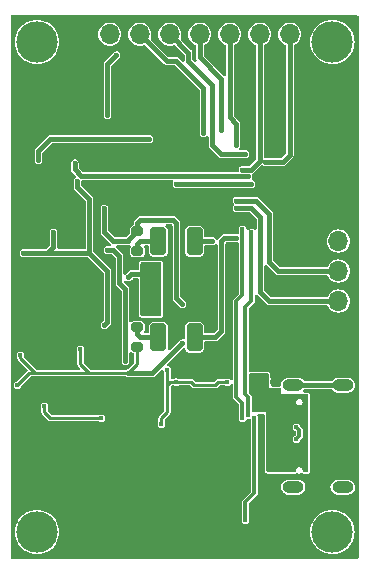
<source format=gbr>
%TF.GenerationSoftware,KiCad,Pcbnew,7.99.0-950-gc4668c1d3a*%
%TF.CreationDate,2023-05-05T13:14:56+08:00*%
%TF.ProjectId,HeartRateMonitor,48656172-7452-4617-9465-4d6f6e69746f,rev?*%
%TF.SameCoordinates,Original*%
%TF.FileFunction,Copper,L2,Bot*%
%TF.FilePolarity,Positive*%
%FSLAX46Y46*%
G04 Gerber Fmt 4.6, Leading zero omitted, Abs format (unit mm)*
G04 Created by KiCad (PCBNEW 7.99.0-950-gc4668c1d3a) date 2023-05-05 13:14:56*
%MOMM*%
%LPD*%
G01*
G04 APERTURE LIST*
G04 Aperture macros list*
%AMRoundRect*
0 Rectangle with rounded corners*
0 $1 Rounding radius*
0 $2 $3 $4 $5 $6 $7 $8 $9 X,Y pos of 4 corners*
0 Add a 4 corners polygon primitive as box body*
4,1,4,$2,$3,$4,$5,$6,$7,$8,$9,$2,$3,0*
0 Add four circle primitives for the rounded corners*
1,1,$1+$1,$2,$3*
1,1,$1+$1,$4,$5*
1,1,$1+$1,$6,$7*
1,1,$1+$1,$8,$9*
0 Add four rect primitives between the rounded corners*
20,1,$1+$1,$2,$3,$4,$5,0*
20,1,$1+$1,$4,$5,$6,$7,0*
20,1,$1+$1,$6,$7,$8,$9,0*
20,1,$1+$1,$8,$9,$2,$3,0*%
G04 Aperture macros list end*
%TA.AperFunction,ComponentPad*%
%ADD10R,1.700000X1.700000*%
%TD*%
%TA.AperFunction,ComponentPad*%
%ADD11O,1.700000X1.700000*%
%TD*%
%TA.AperFunction,ComponentPad*%
%ADD12C,3.500000*%
%TD*%
%TA.AperFunction,ComponentPad*%
%ADD13O,1.800860X1.000760*%
%TD*%
%TA.AperFunction,SMDPad,CuDef*%
%ADD14RoundRect,0.250000X0.412500X0.925000X-0.412500X0.925000X-0.412500X-0.925000X0.412500X-0.925000X0*%
%TD*%
%TA.AperFunction,SMDPad,CuDef*%
%ADD15RoundRect,0.200000X0.275000X-0.200000X0.275000X0.200000X-0.275000X0.200000X-0.275000X-0.200000X0*%
%TD*%
%TA.AperFunction,SMDPad,CuDef*%
%ADD16R,1.000000X1.550000*%
%TD*%
%TA.AperFunction,SMDPad,CuDef*%
%ADD17RoundRect,0.200000X-0.275000X0.200000X-0.275000X-0.200000X0.275000X-0.200000X0.275000X0.200000X0*%
%TD*%
%TA.AperFunction,ViaPad*%
%ADD18C,0.400000*%
%TD*%
%TA.AperFunction,Conductor*%
%ADD19C,0.254000*%
%TD*%
%TA.AperFunction,Conductor*%
%ADD20C,0.406400*%
%TD*%
%TA.AperFunction,Conductor*%
%ADD21C,0.304800*%
%TD*%
G04 APERTURE END LIST*
D10*
%TO.P,J2,1,Pin_1*%
%TO.N,GND*%
X128016000Y-126990000D03*
D11*
%TO.P,J2,2,Pin_2*%
%TO.N,Net-(J2-Pin_2)*%
X128016000Y-124450000D03*
%TO.P,J2,3,Pin_3*%
%TO.N,Net-(J2-Pin_3)*%
X128016000Y-121910000D03*
%TO.P,J2,4,Pin_4*%
%TO.N,+3V3*%
X128016000Y-119370000D03*
%TD*%
D10*
%TO.P,J3,1,Pin_1*%
%TO.N,GND*%
X106110000Y-101854000D03*
D11*
%TO.P,J3,2,Pin_2*%
%TO.N,+3V3*%
X108650000Y-101854000D03*
%TO.P,J3,3,Pin_3*%
%TO.N,/SCR_SCK*%
X111190000Y-101854000D03*
%TO.P,J3,4,Pin_4*%
%TO.N,/SCR_DATA*%
X113730000Y-101854000D03*
%TO.P,J3,5,Pin_5*%
%TO.N,/SCR_DC*%
X116270000Y-101854000D03*
%TO.P,J3,6,Pin_6*%
%TO.N,/SCR_RES*%
X118810000Y-101854000D03*
%TO.P,J3,7,Pin_7*%
%TO.N,/SCR_CS*%
X121350000Y-101854000D03*
%TO.P,J3,8,Pin_8*%
%TO.N,/SCR_BLK*%
X123890000Y-101854000D03*
%TD*%
D12*
%TO.P,REF\u002A\u002A,1*%
%TO.N,N/C*%
X127500000Y-102500000D03*
%TD*%
D13*
%TO.P,J1,S1,SHIELD*%
%TO.N,Net-(J1-SHIELD)*%
X124167900Y-140210540D03*
X128369060Y-140210540D03*
X124167900Y-131569460D03*
X128369060Y-131569460D03*
%TD*%
D12*
%TO.P,REF\u002A\u002A,1*%
%TO.N,N/C*%
X102500000Y-144000000D03*
%TD*%
%TO.P,REF\u002A\u002A,1*%
%TO.N,N/C*%
X102500000Y-102500000D03*
%TD*%
%TO.P,REF\u002A\u002A,1*%
%TO.N,N/C*%
X127500000Y-144000000D03*
%TD*%
D14*
%TO.P,D2,1,K*%
%TO.N,Net-(D2-K)*%
X115837500Y-127508000D03*
%TO.P,D2,2,A*%
%TO.N,Net-(D2-A)*%
X112762500Y-127508000D03*
%TD*%
D15*
%TO.P,R24,1*%
%TO.N,Net-(D3-A)*%
X110998000Y-120205000D03*
%TO.P,R24,2*%
%TO.N,+3V3*%
X110998000Y-118555000D03*
%TD*%
D14*
%TO.P,D3,1,K*%
%TO.N,Net-(D3-K)*%
X115837500Y-119380000D03*
%TO.P,D3,2,A*%
%TO.N,Net-(D3-A)*%
X112762500Y-119380000D03*
%TD*%
D16*
%TO.P,D1,1,K*%
%TO.N,Net-(D1-K)*%
X112133000Y-122174000D03*
X112133000Y-124724000D03*
%TO.P,D1,2,A*%
%TO.N,GND*%
X116333000Y-122174000D03*
X116333000Y-124724000D03*
%TD*%
D17*
%TO.P,R23,1*%
%TO.N,Net-(D2-A)*%
X110998000Y-126683000D03*
%TO.P,R23,2*%
%TO.N,+3V3*%
X110998000Y-128333000D03*
%TD*%
D18*
%TO.N,GND*%
X105410000Y-133858000D03*
X114554000Y-134874000D03*
X113284000Y-110998000D03*
X103632000Y-131064000D03*
X108204000Y-129032000D03*
X124206000Y-143002000D03*
X122428000Y-139446000D03*
X101092000Y-124206000D03*
X122428000Y-139954000D03*
X103378000Y-118110000D03*
X120396000Y-138684000D03*
X122682000Y-143002000D03*
X104648000Y-120904000D03*
X102108000Y-115824000D03*
X109982000Y-106172000D03*
X106172000Y-131572000D03*
X122682000Y-115062000D03*
X116078000Y-134874000D03*
X128016000Y-129794000D03*
X124968000Y-129794000D03*
X122428000Y-130810000D03*
X100838000Y-130048000D03*
X122428000Y-131318000D03*
X117602000Y-134874000D03*
X121920000Y-127000000D03*
X119380000Y-144272000D03*
X114300000Y-116840000D03*
X118618000Y-129286000D03*
X116332000Y-131064000D03*
%TO.N,+3V3*%
X106172000Y-128524000D03*
X113538000Y-130302000D03*
X113030000Y-134874000D03*
X110236000Y-119380000D03*
X101092000Y-129032000D03*
X100838000Y-131572000D03*
X108458000Y-108712000D03*
X114808000Y-128016000D03*
X114808000Y-124714000D03*
X108204000Y-116586000D03*
X114245500Y-131318000D03*
X109220000Y-103632000D03*
X118618000Y-131318000D03*
%TO.N,/SCR_SCK*%
X116586000Y-110236000D03*
%TO.N,/SCR_DATA*%
X120142000Y-112014000D03*
%TO.N,/SCR_BLK*%
X121830000Y-112686000D03*
%TO.N,Net-(D1-K)*%
X110236000Y-122428000D03*
%TO.N,Net-(F1-Pad1)*%
X121666000Y-131318000D03*
X120650000Y-131318000D03*
X124460000Y-133604000D03*
X124968000Y-138176000D03*
X124460000Y-138176000D03*
X122174000Y-138684000D03*
X121158000Y-130810000D03*
X122682000Y-133858000D03*
X120650000Y-130810000D03*
X122682000Y-138176000D03*
X121666000Y-130810000D03*
X121158000Y-131318000D03*
X122174000Y-138176000D03*
X122682000Y-133350000D03*
X124968000Y-137668000D03*
X122174000Y-137668000D03*
%TO.N,Net-(U1-UD+)*%
X124460000Y-136144000D03*
X124460000Y-135128000D03*
%TO.N,Net-(J2-Pin_3)*%
X119380000Y-115936000D03*
%TO.N,Net-(J2-Pin_2)*%
X119380000Y-116586000D03*
%TO.N,Net-(D3-K)*%
X117348000Y-119380000D03*
%TO.N,Net-(D2-K)*%
X119380000Y-119126000D03*
%TO.N,/SCR_RES*%
X119380000Y-111252000D03*
%TO.N,/SCR_DC*%
X118110000Y-109982000D03*
%TO.N,/SCR_CS*%
X119888000Y-113336000D03*
%TO.N,/MCU_TX*%
X119888000Y-134366000D03*
X119888000Y-118364000D03*
%TO.N,/MCU_RX*%
X120650000Y-118618000D03*
X120396000Y-134112000D03*
%TO.N,/LOW_PH*%
X105677000Y-112776000D03*
X120396000Y-113865700D03*
%TO.N,/HIGH_PH*%
X102616000Y-112522000D03*
X120650000Y-114554000D03*
X114300000Y-114554000D03*
X112014000Y-110744000D03*
%TO.N,/DIGIPOT_A*%
X107950000Y-134366000D03*
X103124000Y-133350000D03*
%TO.N,/AMP_PH*%
X109982000Y-129540000D03*
X108458000Y-120142000D03*
%TO.N,-3V3*%
X101346000Y-120396000D03*
X108204000Y-126492000D03*
X103886000Y-118618000D03*
X105918000Y-114300000D03*
%TO.N,+5V*%
X120896000Y-134366000D03*
X120142000Y-143002000D03*
%TD*%
D19*
%TO.N,+3V3*%
X117602000Y-131572000D02*
X115824000Y-131572000D01*
D20*
X114808000Y-124714000D02*
X114300000Y-124206000D01*
D19*
X106172000Y-129794000D02*
X106934000Y-130556000D01*
X117856000Y-131318000D02*
X117602000Y-131572000D01*
D20*
X114046000Y-117602000D02*
X111252000Y-117602000D01*
D19*
X113792000Y-131318000D02*
X113538000Y-131572000D01*
D20*
X111252000Y-117602000D02*
X110998000Y-117856000D01*
D19*
X118618000Y-131318000D02*
X117856000Y-131318000D01*
D20*
X108204000Y-116586000D02*
X108204000Y-118618000D01*
D19*
X110236000Y-130556000D02*
X110998000Y-129794000D01*
D20*
X110236000Y-119380000D02*
X110236000Y-119317000D01*
X114300000Y-124206000D02*
X114300000Y-117856000D01*
D19*
X114245500Y-131318000D02*
X113792000Y-131318000D01*
X110998000Y-129794000D02*
X110998000Y-128333000D01*
X101092000Y-129032000D02*
X101092000Y-129286000D01*
X113538000Y-133858000D02*
X113538000Y-133604000D01*
D20*
X109220000Y-103632000D02*
X108458000Y-104394000D01*
X110998000Y-117856000D02*
X110998000Y-118555000D01*
D19*
X115570000Y-131318000D02*
X114245500Y-131318000D01*
X113538000Y-133604000D02*
X113538000Y-131572000D01*
D20*
X108458000Y-104394000D02*
X108458000Y-108712000D01*
D19*
X101854000Y-130556000D02*
X100838000Y-131572000D01*
D20*
X112268000Y-130556000D02*
X110236000Y-130556000D01*
D19*
X113538000Y-130302000D02*
X113538000Y-131572000D01*
X115824000Y-131572000D02*
X115570000Y-131318000D01*
D20*
X108966000Y-119380000D02*
X110236000Y-119380000D01*
D19*
X113030000Y-134366000D02*
X113284000Y-134112000D01*
X101346000Y-129540000D02*
X102362000Y-130556000D01*
X102362000Y-130556000D02*
X102616000Y-130556000D01*
X113284000Y-134112000D02*
X113538000Y-133858000D01*
X102616000Y-130556000D02*
X106934000Y-130556000D01*
X106172000Y-128524000D02*
X106172000Y-129794000D01*
D20*
X114300000Y-117856000D02*
X114046000Y-117602000D01*
X114808000Y-128016000D02*
X112268000Y-130556000D01*
D19*
X102616000Y-130556000D02*
X101854000Y-130556000D01*
X101092000Y-129286000D02*
X101346000Y-129540000D01*
D20*
X110236000Y-119317000D02*
X110998000Y-118555000D01*
X108204000Y-118618000D02*
X108966000Y-119380000D01*
D19*
X106934000Y-130556000D02*
X110236000Y-130556000D01*
X113030000Y-134874000D02*
X113030000Y-134366000D01*
D20*
%TO.N,/SCR_SCK*%
X113476000Y-104140000D02*
X114300000Y-104140000D01*
X116586000Y-106426000D02*
X114300000Y-104140000D01*
X116586000Y-110236000D02*
X116586000Y-106426000D01*
X111190000Y-101854000D02*
X113476000Y-104140000D01*
%TO.N,/SCR_DATA*%
X115316000Y-104140000D02*
X115316000Y-103440000D01*
X117348000Y-111252000D02*
X117348000Y-106172000D01*
X117348000Y-106172000D02*
X115316000Y-104140000D01*
X120142000Y-112014000D02*
X118110000Y-112014000D01*
X115316000Y-103440000D02*
X113730000Y-101854000D01*
X118110000Y-112014000D02*
X117348000Y-111252000D01*
%TO.N,/SCR_BLK*%
X121830000Y-112686000D02*
X123280000Y-112686000D01*
X123890000Y-112076000D02*
X123890000Y-101854000D01*
X123280000Y-112686000D02*
X123890000Y-112076000D01*
%TO.N,Net-(J1-SHIELD)*%
X128369060Y-131569460D02*
X124167900Y-131569460D01*
%TO.N,Net-(D1-K)*%
X110490000Y-122174000D02*
X112133000Y-122174000D01*
X110236000Y-122428000D02*
X110490000Y-122174000D01*
D21*
%TO.N,Net-(U1-UD+)*%
X124714000Y-135382000D02*
X124714000Y-135890000D01*
X124714000Y-135890000D02*
X124460000Y-136144000D01*
X124460000Y-135128000D02*
X124714000Y-135382000D01*
D20*
%TO.N,Net-(J2-Pin_3)*%
X122926000Y-121910000D02*
X122174000Y-121158000D01*
X121016000Y-115936000D02*
X119380000Y-115936000D01*
X122174000Y-117094000D02*
X121016000Y-115936000D01*
X122174000Y-121158000D02*
X122174000Y-117094000D01*
X128016000Y-121910000D02*
X122926000Y-121910000D01*
%TO.N,Net-(J2-Pin_2)*%
X122174000Y-124460000D02*
X122184000Y-124450000D01*
X119380000Y-116586000D02*
X120650000Y-116586000D01*
X120650000Y-116586000D02*
X121412000Y-117348000D01*
X121412000Y-117348000D02*
X121412000Y-123698000D01*
X122184000Y-124450000D02*
X128016000Y-124450000D01*
X121412000Y-123698000D02*
X122174000Y-124460000D01*
%TO.N,Net-(D3-K)*%
X117348000Y-119380000D02*
X115837500Y-119380000D01*
%TO.N,Net-(D3-A)*%
X110998000Y-120205000D02*
X110998000Y-119634000D01*
X110998000Y-119634000D02*
X111252000Y-119380000D01*
X111252000Y-119380000D02*
X112762500Y-119380000D01*
%TO.N,Net-(D2-K)*%
X118364000Y-119126000D02*
X118110000Y-119380000D01*
X117602000Y-127508000D02*
X115837500Y-127508000D01*
X118110000Y-127000000D02*
X117602000Y-127508000D01*
X118110000Y-119380000D02*
X118110000Y-127000000D01*
X119380000Y-119126000D02*
X118364000Y-119126000D01*
%TO.N,Net-(D2-A)*%
X111252000Y-127508000D02*
X112762500Y-127508000D01*
X110998000Y-126683000D02*
X110998000Y-127254000D01*
X110998000Y-127254000D02*
X111252000Y-127508000D01*
%TO.N,/SCR_RES*%
X119380000Y-111252000D02*
X119380000Y-109474000D01*
X118810000Y-108904000D02*
X118810000Y-101854000D01*
X119380000Y-109474000D02*
X118810000Y-108904000D01*
%TO.N,/SCR_DC*%
X118110000Y-105664000D02*
X116270000Y-103824000D01*
X116270000Y-103824000D02*
X116270000Y-101854000D01*
X118110000Y-109982000D02*
X118110000Y-105664000D01*
%TO.N,/SCR_CS*%
X120598000Y-113336000D02*
X121350000Y-112584000D01*
X119888000Y-113336000D02*
X120598000Y-113336000D01*
X121350000Y-112584000D02*
X121350000Y-101854000D01*
D21*
%TO.N,/MCU_TX*%
X119888000Y-134366000D02*
X119888000Y-133096000D01*
X119888000Y-133096000D02*
X119380000Y-132588000D01*
X119380000Y-132588000D02*
X119380000Y-124460000D01*
X119380000Y-124460000D02*
X119888000Y-123952000D01*
X119888000Y-123952000D02*
X119888000Y-118364000D01*
%TO.N,/MCU_RX*%
X120396000Y-132588000D02*
X120396000Y-134112000D01*
X120142000Y-124968000D02*
X120142000Y-132334000D01*
X120650000Y-124460000D02*
X120142000Y-124968000D01*
X120142000Y-132334000D02*
X120396000Y-132588000D01*
X120650000Y-118618000D02*
X120650000Y-124460000D01*
D20*
%TO.N,/LOW_PH*%
X106245700Y-113865700D02*
X120396000Y-113865700D01*
X105677000Y-113297000D02*
X106245700Y-113865700D01*
X105677000Y-112776000D02*
X105677000Y-113297000D01*
%TO.N,/HIGH_PH*%
X102616000Y-112522000D02*
X102616000Y-111760000D01*
X102870000Y-111506000D02*
X103632000Y-110744000D01*
X102616000Y-111760000D02*
X102870000Y-111506000D01*
X103632000Y-110744000D02*
X112014000Y-110744000D01*
X114300000Y-114554000D02*
X120650000Y-114554000D01*
D19*
%TO.N,/DIGIPOT_A*%
X107950000Y-134366000D02*
X103632000Y-134366000D01*
X103632000Y-134366000D02*
X103124000Y-133858000D01*
X103124000Y-133858000D02*
X103124000Y-133350000D01*
D20*
%TO.N,/AMP_PH*%
X109474000Y-120650000D02*
X108966000Y-120142000D01*
X109474000Y-122936000D02*
X109474000Y-120904000D01*
X108966000Y-120142000D02*
X108458000Y-120142000D01*
X109982000Y-129540000D02*
X109982000Y-123444000D01*
X109982000Y-123444000D02*
X109474000Y-122936000D01*
X109474000Y-120904000D02*
X109474000Y-120650000D01*
%TO.N,-3V3*%
X106934000Y-120396000D02*
X103378000Y-120396000D01*
X103378000Y-120396000D02*
X101346000Y-120396000D01*
X108458000Y-126238000D02*
X108458000Y-121920000D01*
X108204000Y-126492000D02*
X108458000Y-126238000D01*
X103886000Y-119888000D02*
X103378000Y-120396000D01*
X108458000Y-121920000D02*
X106934000Y-120396000D01*
X103886000Y-118618000D02*
X103886000Y-119888000D01*
X105918000Y-114808000D02*
X106934000Y-115824000D01*
X106934000Y-115824000D02*
X106934000Y-120396000D01*
X105918000Y-114300000D02*
X105918000Y-114808000D01*
D21*
%TO.N,+5V*%
X120896000Y-134366000D02*
X120896000Y-140724000D01*
X120142000Y-141478000D02*
X120142000Y-143002000D01*
X120896000Y-140724000D02*
X120396000Y-141224000D01*
X120396000Y-141224000D02*
X120142000Y-141478000D01*
%TD*%
%TA.AperFunction,Conductor*%
%TO.N,Net-(D1-K)*%
G36*
X112973039Y-121177685D02*
G01*
X113018794Y-121230489D01*
X113030000Y-121282000D01*
X113030000Y-125606000D01*
X113010315Y-125673039D01*
X112957511Y-125718794D01*
X112906000Y-125730000D01*
X111376000Y-125730000D01*
X111308961Y-125710315D01*
X111263206Y-125657511D01*
X111252000Y-125606000D01*
X111252000Y-121282000D01*
X111271685Y-121214961D01*
X111324489Y-121169206D01*
X111376000Y-121158000D01*
X112906000Y-121158000D01*
X112973039Y-121177685D01*
G37*
%TD.AperFunction*%
%TD*%
%TA.AperFunction,Conductor*%
%TO.N,Net-(F1-Pad1)*%
G36*
X122059496Y-130575685D02*
G01*
X122105251Y-130628489D01*
X122115195Y-130697647D01*
X122114573Y-130701532D01*
X122095447Y-130810000D01*
X122115502Y-130923741D01*
X122157386Y-130996286D01*
X122173999Y-131058285D01*
X122173999Y-131069714D01*
X122157387Y-131131713D01*
X122115502Y-131204261D01*
X122095447Y-131318000D01*
X122115502Y-131431739D01*
X122157387Y-131504285D01*
X122173999Y-131566285D01*
X122174000Y-131826000D01*
X123066000Y-131826000D01*
X123133039Y-131845685D01*
X123178794Y-131898489D01*
X123190000Y-131950000D01*
X123190000Y-132334000D01*
X125352000Y-132334000D01*
X125419039Y-132353685D01*
X125464794Y-132406489D01*
X125476000Y-132458000D01*
X125476000Y-138814000D01*
X125456315Y-138881039D01*
X125403511Y-138926794D01*
X125352000Y-138938000D01*
X125094781Y-138938000D01*
X125027742Y-138918315D01*
X124981987Y-138865511D01*
X124971310Y-138825440D01*
X124959993Y-138703302D01*
X124935816Y-138654749D01*
X124913772Y-138610478D01*
X124837140Y-138540619D01*
X124837139Y-138540618D01*
X124740449Y-138503160D01*
X124740447Y-138503160D01*
X124662901Y-138503160D01*
X124586671Y-138517410D01*
X124498507Y-138571998D01*
X124436017Y-138654749D01*
X124436016Y-138654750D01*
X124436016Y-138654751D01*
X124407639Y-138754484D01*
X124412094Y-138802560D01*
X124398679Y-138871129D01*
X124350321Y-138921561D01*
X124288623Y-138938000D01*
X122044000Y-138938000D01*
X121976961Y-138918315D01*
X121931206Y-138865511D01*
X121920000Y-138814000D01*
X121920000Y-136144000D01*
X124127447Y-136144000D01*
X124147502Y-136257739D01*
X124205249Y-136357759D01*
X124293722Y-136431997D01*
X124293723Y-136431997D01*
X124293724Y-136431998D01*
X124402253Y-136471500D01*
X124402254Y-136471500D01*
X124517746Y-136471500D01*
X124517747Y-136471500D01*
X124626276Y-136431998D01*
X124714750Y-136357760D01*
X124772497Y-136257739D01*
X124772497Y-136257738D01*
X124776104Y-136251491D01*
X124803237Y-136196738D01*
X124806625Y-136193212D01*
X124865329Y-136134508D01*
X124878466Y-136125058D01*
X124885597Y-136117234D01*
X124885599Y-136117234D01*
X124914580Y-136085442D01*
X124918471Y-136081366D01*
X124930258Y-136069581D01*
X124930264Y-136069571D01*
X124931157Y-136068679D01*
X124939738Y-136057845D01*
X124956098Y-136039901D01*
X124958071Y-136034806D01*
X124971398Y-136009523D01*
X124974486Y-136005016D01*
X124980048Y-135981363D01*
X124985122Y-135964978D01*
X124993900Y-135942322D01*
X124993900Y-135936850D01*
X124997194Y-135908460D01*
X124998443Y-135903151D01*
X124995089Y-135879103D01*
X124993900Y-135861974D01*
X124993900Y-135447884D01*
X124996505Y-135431912D01*
X124996016Y-135421341D01*
X124996017Y-135421340D01*
X124994032Y-135378395D01*
X124993900Y-135372670D01*
X124993900Y-135354801D01*
X124992305Y-135341057D01*
X124991185Y-135316807D01*
X124988979Y-135311811D01*
X124980524Y-135284506D01*
X124979520Y-135279137D01*
X124966735Y-135258490D01*
X124958725Y-135243295D01*
X124958038Y-135241739D01*
X124948916Y-135221078D01*
X124945053Y-135217215D01*
X124927307Y-135194811D01*
X124924431Y-135190167D01*
X124905049Y-135175530D01*
X124892095Y-135164257D01*
X124806650Y-135078812D01*
X124773165Y-135017489D01*
X124772546Y-135014345D01*
X124714750Y-134914239D01*
X124626277Y-134840002D01*
X124572011Y-134820251D01*
X124517747Y-134800500D01*
X124402253Y-134800500D01*
X124366076Y-134813667D01*
X124293722Y-134840002D01*
X124205249Y-134914240D01*
X124147502Y-135014260D01*
X124127447Y-135128000D01*
X124147502Y-135241739D01*
X124190843Y-135316807D01*
X124205250Y-135341760D01*
X124293724Y-135415998D01*
X124352510Y-135437394D01*
X124408774Y-135478820D01*
X124433710Y-135544088D01*
X124434100Y-135553916D01*
X124434100Y-135718082D01*
X124414415Y-135785121D01*
X124361611Y-135830876D01*
X124352513Y-135834603D01*
X124293724Y-135856001D01*
X124205249Y-135930240D01*
X124147502Y-136030260D01*
X124127447Y-136144000D01*
X121920000Y-136144000D01*
X121920000Y-133858000D01*
X120799900Y-133858000D01*
X120732861Y-133838315D01*
X120687106Y-133785511D01*
X120675900Y-133734000D01*
X120675900Y-132973444D01*
X124407639Y-132973444D01*
X124417206Y-133076697D01*
X124463428Y-133169522D01*
X124540060Y-133239381D01*
X124636751Y-133276840D01*
X124636753Y-133276840D01*
X124714297Y-133276840D01*
X124714299Y-133276840D01*
X124790529Y-133262590D01*
X124878693Y-133208002D01*
X124941183Y-133125251D01*
X124969560Y-133025515D01*
X124959993Y-132922262D01*
X124913772Y-132829438D01*
X124837140Y-132759579D01*
X124837139Y-132759578D01*
X124740449Y-132722120D01*
X124740447Y-132722120D01*
X124662901Y-132722120D01*
X124586671Y-132736370D01*
X124498507Y-132790958D01*
X124436017Y-132873709D01*
X124436016Y-132873710D01*
X124436016Y-132873711D01*
X124407639Y-132973444D01*
X120675900Y-132973444D01*
X120675900Y-132653884D01*
X120678505Y-132637912D01*
X120678016Y-132627341D01*
X120678017Y-132627340D01*
X120676032Y-132584395D01*
X120675900Y-132578670D01*
X120675900Y-132560801D01*
X120674305Y-132547057D01*
X120674240Y-132545653D01*
X120673185Y-132522807D01*
X120670979Y-132517811D01*
X120662524Y-132490506D01*
X120661520Y-132485137D01*
X120648735Y-132464490D01*
X120640725Y-132449295D01*
X120635236Y-132436863D01*
X120630916Y-132427078D01*
X120627053Y-132423215D01*
X120609307Y-132400811D01*
X120606431Y-132396167D01*
X120587049Y-132381530D01*
X120574095Y-132370257D01*
X120458219Y-132254381D01*
X120424734Y-132193058D01*
X120421900Y-132166700D01*
X120421900Y-130680000D01*
X120441585Y-130612961D01*
X120494389Y-130567206D01*
X120545900Y-130556000D01*
X121992457Y-130556000D01*
X122059496Y-130575685D01*
G37*
%TD.AperFunction*%
%TD*%
%TA.AperFunction,Conductor*%
%TO.N,GND*%
G36*
X119532032Y-119454998D02*
G01*
X119586251Y-119499066D01*
X119608038Y-119565452D01*
X119608100Y-119569359D01*
X119608100Y-123784699D01*
X119588415Y-123851738D01*
X119571781Y-123872380D01*
X119228664Y-124215496D01*
X119215527Y-124224949D01*
X119179431Y-124264543D01*
X119175484Y-124268677D01*
X119162851Y-124281311D01*
X119154274Y-124292138D01*
X119137900Y-124310099D01*
X119135926Y-124315197D01*
X119122603Y-124340474D01*
X119119512Y-124344985D01*
X119113951Y-124368629D01*
X119108874Y-124385026D01*
X119100100Y-124407676D01*
X119100100Y-124413142D01*
X119096807Y-124441529D01*
X119095556Y-124446849D01*
X119095996Y-124450000D01*
X119098911Y-124470900D01*
X119100100Y-124488031D01*
X119100100Y-131035247D01*
X119080415Y-131102286D01*
X119027611Y-131148041D01*
X118958453Y-131157985D01*
X118894897Y-131128960D01*
X118878402Y-131108982D01*
X118784277Y-131030002D01*
X118730011Y-131010251D01*
X118675747Y-130990500D01*
X118560253Y-130990500D01*
X118505988Y-131010251D01*
X118451723Y-131030002D01*
X118446375Y-131034490D01*
X118382366Y-131062503D01*
X118366670Y-131063500D01*
X117893277Y-131063500D01*
X117869088Y-131061118D01*
X117856000Y-131058514D01*
X117842912Y-131061118D01*
X117842900Y-131061119D01*
X117726273Y-131084317D01*
X117695029Y-131119420D01*
X117693760Y-131120320D01*
X117672515Y-131134515D01*
X117665103Y-131145608D01*
X117649685Y-131164394D01*
X117532901Y-131281180D01*
X117471578Y-131314666D01*
X117445219Y-131317500D01*
X115980780Y-131317500D01*
X115913741Y-131297815D01*
X115893099Y-131281181D01*
X115776317Y-131164399D01*
X115760896Y-131145608D01*
X115753484Y-131134516D01*
X115742390Y-131127103D01*
X115742388Y-131127101D01*
X115732235Y-131120317D01*
X115732234Y-131120316D01*
X115669301Y-131078266D01*
X115570000Y-131058514D01*
X115569999Y-131058514D01*
X115569998Y-131058514D01*
X115556907Y-131061118D01*
X115532718Y-131063500D01*
X114496830Y-131063500D01*
X114429791Y-131043815D01*
X114417125Y-131034490D01*
X114411776Y-131030002D01*
X114395261Y-131023991D01*
X114303247Y-130990500D01*
X114187753Y-130990500D01*
X114133488Y-131010250D01*
X114079223Y-131030002D01*
X114073875Y-131034490D01*
X114009866Y-131062503D01*
X113994170Y-131063500D01*
X113916500Y-131063500D01*
X113849461Y-131043815D01*
X113803706Y-130991011D01*
X113792500Y-130939500D01*
X113792500Y-130549419D01*
X113809113Y-130487419D01*
X113850497Y-130415739D01*
X113858851Y-130368358D01*
X113870552Y-130302000D01*
X113857039Y-130225360D01*
X113850497Y-130188260D01*
X113792750Y-130088240D01*
X113704277Y-130014002D01*
X113624309Y-129984896D01*
X113595747Y-129974500D01*
X113575201Y-129967022D01*
X113576733Y-129962811D01*
X113549502Y-129954815D01*
X113503747Y-129902011D01*
X113493803Y-129832853D01*
X113522828Y-129769297D01*
X113528860Y-129762819D01*
X114145940Y-129145739D01*
X114844180Y-128447498D01*
X114905501Y-128414015D01*
X114975193Y-128418999D01*
X115031126Y-128460871D01*
X115054563Y-128517303D01*
X115058191Y-128542204D01*
X115072452Y-128571375D01*
X115113525Y-128655392D01*
X115202608Y-128744475D01*
X115202609Y-128744475D01*
X115202610Y-128744476D01*
X115315796Y-128799809D01*
X115389173Y-128810500D01*
X116285826Y-128810499D01*
X116359204Y-128799809D01*
X116472390Y-128744476D01*
X116561476Y-128655390D01*
X116616809Y-128542204D01*
X116627500Y-128468827D01*
X116627500Y-127962700D01*
X116647185Y-127895661D01*
X116699989Y-127849906D01*
X116751500Y-127838700D01*
X117582145Y-127838700D01*
X117592951Y-127839171D01*
X117631267Y-127842524D01*
X117668421Y-127832567D01*
X117678964Y-127830230D01*
X117716851Y-127823551D01*
X117716852Y-127823549D01*
X117717777Y-127823387D01*
X117743147Y-127812877D01*
X117743912Y-127812340D01*
X117743916Y-127812340D01*
X117775426Y-127790275D01*
X117784544Y-127784467D01*
X117817849Y-127765239D01*
X117842586Y-127735756D01*
X117849873Y-127727805D01*
X118329806Y-127247872D01*
X118337756Y-127240586D01*
X118367239Y-127215849D01*
X118386470Y-127182537D01*
X118392266Y-127173438D01*
X118414340Y-127141917D01*
X118414341Y-127141912D01*
X118414880Y-127141143D01*
X118425386Y-127115780D01*
X118425549Y-127114853D01*
X118425551Y-127114851D01*
X118432232Y-127076952D01*
X118434572Y-127066402D01*
X118444523Y-127029266D01*
X118441172Y-126990962D01*
X118440700Y-126980155D01*
X118440700Y-119580700D01*
X118460385Y-119513661D01*
X118513189Y-119467906D01*
X118564700Y-119456700D01*
X119408934Y-119456700D01*
X119408935Y-119456700D01*
X119416399Y-119455383D01*
X119437747Y-119453516D01*
X119458464Y-119447966D01*
X119462596Y-119447238D01*
X119532032Y-119454998D01*
G37*
%TD.AperFunction*%
%TA.AperFunction,Conductor*%
G36*
X129688539Y-100274185D02*
G01*
X129734294Y-100326989D01*
X129745500Y-100378500D01*
X129745500Y-146121500D01*
X129725815Y-146188539D01*
X129673011Y-146234294D01*
X129621500Y-146245500D01*
X100378500Y-146245500D01*
X100311461Y-146225815D01*
X100265706Y-146173011D01*
X100254500Y-146121500D01*
X100254500Y-144000000D01*
X100617703Y-144000000D01*
X100636863Y-144267879D01*
X100693948Y-144530299D01*
X100693950Y-144530304D01*
X100787803Y-144781934D01*
X100852157Y-144899790D01*
X100916510Y-145017644D01*
X100996984Y-145125144D01*
X101077456Y-145232642D01*
X101267358Y-145422544D01*
X101428605Y-145543251D01*
X101482355Y-145583489D01*
X101541282Y-145615665D01*
X101718066Y-145712197D01*
X101969696Y-145806050D01*
X101969699Y-145806050D01*
X101969700Y-145806051D01*
X102007051Y-145814176D01*
X102232121Y-145863137D01*
X102500000Y-145882296D01*
X102767879Y-145863137D01*
X103030304Y-145806050D01*
X103281934Y-145712197D01*
X103517646Y-145583488D01*
X103732642Y-145422544D01*
X103922544Y-145232642D01*
X104083488Y-145017646D01*
X104212197Y-144781934D01*
X104306050Y-144530304D01*
X104363137Y-144267879D01*
X104382296Y-144000000D01*
X125617703Y-144000000D01*
X125636863Y-144267879D01*
X125693948Y-144530299D01*
X125693950Y-144530304D01*
X125787803Y-144781934D01*
X125852157Y-144899789D01*
X125916510Y-145017644D01*
X125996984Y-145125144D01*
X126077456Y-145232642D01*
X126267358Y-145422544D01*
X126428605Y-145543251D01*
X126482355Y-145583489D01*
X126541281Y-145615665D01*
X126718066Y-145712197D01*
X126969696Y-145806050D01*
X126969699Y-145806050D01*
X126969700Y-145806051D01*
X127007051Y-145814176D01*
X127232121Y-145863137D01*
X127480840Y-145880925D01*
X127499999Y-145882296D01*
X127499999Y-145882295D01*
X127500000Y-145882296D01*
X127767879Y-145863137D01*
X128030304Y-145806050D01*
X128281934Y-145712197D01*
X128517646Y-145583488D01*
X128732642Y-145422544D01*
X128922544Y-145232642D01*
X129083488Y-145017646D01*
X129212197Y-144781934D01*
X129306050Y-144530304D01*
X129363137Y-144267879D01*
X129382296Y-144000000D01*
X129363137Y-143732121D01*
X129306050Y-143469696D01*
X129212197Y-143218066D01*
X129083488Y-142982354D01*
X128922544Y-142767358D01*
X128732642Y-142577456D01*
X128625143Y-142496984D01*
X128517644Y-142416510D01*
X128399789Y-142352157D01*
X128281934Y-142287803D01*
X128030304Y-142193950D01*
X128030299Y-142193948D01*
X127767879Y-142136863D01*
X127499999Y-142117703D01*
X127232120Y-142136863D01*
X126969700Y-142193948D01*
X126877663Y-142228276D01*
X126718066Y-142287803D01*
X126671089Y-142313454D01*
X126482355Y-142416510D01*
X126267355Y-142577458D01*
X126077458Y-142767355D01*
X125916510Y-142982355D01*
X125843678Y-143115739D01*
X125787803Y-143218066D01*
X125728276Y-143377663D01*
X125693948Y-143469700D01*
X125636863Y-143732120D01*
X125617703Y-144000000D01*
X104382296Y-144000000D01*
X104363137Y-143732121D01*
X104306050Y-143469696D01*
X104212197Y-143218066D01*
X104083488Y-142982354D01*
X103922544Y-142767358D01*
X103732642Y-142577456D01*
X103625143Y-142496984D01*
X103517644Y-142416510D01*
X103399790Y-142352157D01*
X103281934Y-142287803D01*
X103030304Y-142193950D01*
X103030299Y-142193948D01*
X102767879Y-142136863D01*
X102500000Y-142117703D01*
X102232120Y-142136863D01*
X101969700Y-142193948D01*
X101877663Y-142228276D01*
X101718066Y-142287803D01*
X101671089Y-142313454D01*
X101482355Y-142416510D01*
X101267355Y-142577458D01*
X101077458Y-142767355D01*
X100916510Y-142982355D01*
X100843678Y-143115739D01*
X100787803Y-143218066D01*
X100728276Y-143377663D01*
X100693948Y-143469700D01*
X100636863Y-143732120D01*
X100617703Y-144000000D01*
X100254500Y-144000000D01*
X100254500Y-133350000D01*
X102791447Y-133350000D01*
X102811502Y-133463739D01*
X102852887Y-133535419D01*
X102869500Y-133597419D01*
X102869500Y-133820718D01*
X102867118Y-133844907D01*
X102864514Y-133858000D01*
X102869500Y-133883066D01*
X102869500Y-133883067D01*
X102872518Y-133898240D01*
X102884266Y-133957301D01*
X102926316Y-134020234D01*
X102926319Y-134020237D01*
X102933101Y-134030387D01*
X102933103Y-134030390D01*
X102940516Y-134041484D01*
X102951608Y-134048896D01*
X102970399Y-134064317D01*
X103425680Y-134519597D01*
X103441101Y-134538387D01*
X103448515Y-134549484D01*
X103469765Y-134563682D01*
X103469766Y-134563683D01*
X103493827Y-134579760D01*
X103532699Y-134605734D01*
X103606933Y-134620500D01*
X103606935Y-134620500D01*
X103618900Y-134622880D01*
X103618912Y-134622882D01*
X103632000Y-134625485D01*
X103645088Y-134622882D01*
X103669277Y-134620500D01*
X107698670Y-134620500D01*
X107765709Y-134640185D01*
X107778375Y-134649510D01*
X107783724Y-134653998D01*
X107892253Y-134693500D01*
X107892254Y-134693500D01*
X108007746Y-134693500D01*
X108007747Y-134693500D01*
X108116276Y-134653998D01*
X108204750Y-134579760D01*
X108262497Y-134479739D01*
X108282552Y-134366000D01*
X108266372Y-134274234D01*
X108262497Y-134252260D01*
X108204750Y-134152240D01*
X108116277Y-134078002D01*
X108062011Y-134058251D01*
X108007747Y-134038500D01*
X107892253Y-134038500D01*
X107837988Y-134058251D01*
X107783723Y-134078002D01*
X107778375Y-134082490D01*
X107714366Y-134110503D01*
X107698670Y-134111500D01*
X103788779Y-134111500D01*
X103721740Y-134091815D01*
X103701098Y-134075181D01*
X103414819Y-133788901D01*
X103381334Y-133727578D01*
X103378500Y-133701220D01*
X103378500Y-133597419D01*
X103395113Y-133535419D01*
X103436497Y-133463739D01*
X103456552Y-133350000D01*
X103436497Y-133236260D01*
X103378750Y-133136240D01*
X103290277Y-133062002D01*
X103236011Y-133042250D01*
X103181747Y-133022500D01*
X103066253Y-133022500D01*
X103030076Y-133035667D01*
X102957722Y-133062002D01*
X102869249Y-133136240D01*
X102811502Y-133236260D01*
X102791447Y-133350000D01*
X100254500Y-133350000D01*
X100254500Y-131572000D01*
X100505447Y-131572000D01*
X100525502Y-131685739D01*
X100583249Y-131785759D01*
X100671722Y-131859997D01*
X100671723Y-131859997D01*
X100671724Y-131859998D01*
X100780253Y-131899500D01*
X100780254Y-131899500D01*
X100895746Y-131899500D01*
X100895747Y-131899500D01*
X101004276Y-131859998D01*
X101092750Y-131785760D01*
X101150497Y-131685739D01*
X101157904Y-131643725D01*
X101188928Y-131581125D01*
X101192313Y-131577603D01*
X101923098Y-130846819D01*
X101984422Y-130813334D01*
X102010780Y-130810500D01*
X102324718Y-130810500D01*
X102348907Y-130812882D01*
X102362000Y-130815486D01*
X102375093Y-130812882D01*
X102399282Y-130810500D01*
X102590933Y-130810500D01*
X106896718Y-130810500D01*
X106920907Y-130812882D01*
X106934000Y-130815486D01*
X106947093Y-130812882D01*
X106971282Y-130810500D01*
X109982181Y-130810500D01*
X110044181Y-130827113D01*
X110121149Y-130871551D01*
X110194185Y-130884429D01*
X110207064Y-130886700D01*
X110207065Y-130886700D01*
X112248145Y-130886700D01*
X112258951Y-130887171D01*
X112297267Y-130890524D01*
X112334421Y-130880567D01*
X112344964Y-130878230D01*
X112382851Y-130871551D01*
X112382852Y-130871549D01*
X112383777Y-130871387D01*
X112409147Y-130860877D01*
X112409912Y-130860340D01*
X112409916Y-130860340D01*
X112441426Y-130838275D01*
X112450544Y-130832467D01*
X112483849Y-130813239D01*
X112508586Y-130783756D01*
X112515873Y-130775805D01*
X113004672Y-130287006D01*
X113065993Y-130253523D01*
X113135685Y-130258507D01*
X113191618Y-130300379D01*
X113214467Y-130353156D01*
X113225502Y-130415739D01*
X113266887Y-130487419D01*
X113283500Y-130549419D01*
X113283500Y-131534718D01*
X113281118Y-131558907D01*
X113280451Y-131562261D01*
X113278514Y-131572000D01*
X113279623Y-131577577D01*
X113281117Y-131585085D01*
X113283500Y-131609277D01*
X113283500Y-133701219D01*
X113263815Y-133768258D01*
X113247182Y-133788899D01*
X113121766Y-133914316D01*
X112927481Y-134108600D01*
X112876398Y-134159683D01*
X112857611Y-134175101D01*
X112846515Y-134182515D01*
X112832320Y-134203760D01*
X112832316Y-134203766D01*
X112790266Y-134266698D01*
X112770514Y-134366001D01*
X112773117Y-134379088D01*
X112775499Y-134403276D01*
X112775500Y-134626579D01*
X112758887Y-134688580D01*
X112717502Y-134760260D01*
X112697447Y-134874000D01*
X112717502Y-134987739D01*
X112775249Y-135087759D01*
X112863722Y-135161997D01*
X112863723Y-135161997D01*
X112863724Y-135161998D01*
X112972253Y-135201500D01*
X112972254Y-135201500D01*
X113087746Y-135201500D01*
X113087747Y-135201500D01*
X113196276Y-135161998D01*
X113284750Y-135087760D01*
X113342497Y-134987739D01*
X113362552Y-134874000D01*
X113342497Y-134760261D01*
X113342497Y-134760260D01*
X113301113Y-134688580D01*
X113284500Y-134626580D01*
X113284500Y-134522779D01*
X113304185Y-134455740D01*
X113320814Y-134435103D01*
X113481684Y-134274234D01*
X113481683Y-134274234D01*
X113540252Y-134215665D01*
X113691604Y-134064312D01*
X113710390Y-134048895D01*
X113721484Y-134041484D01*
X113723918Y-134037840D01*
X113723920Y-134037839D01*
X113735681Y-134020235D01*
X113735684Y-134020234D01*
X113777734Y-133957301D01*
X113782990Y-133930875D01*
X113792500Y-133883067D01*
X113792500Y-133883065D01*
X113794882Y-133871091D01*
X113794882Y-133871087D01*
X113795067Y-133870153D01*
X113797485Y-133858000D01*
X113794882Y-133844912D01*
X113792500Y-133820723D01*
X113792500Y-133578933D01*
X113792500Y-132658196D01*
X113792500Y-131728776D01*
X113812184Y-131661741D01*
X113828810Y-131641107D01*
X113861102Y-131608815D01*
X113922424Y-131575333D01*
X113948780Y-131572500D01*
X113994170Y-131572500D01*
X114061209Y-131592185D01*
X114073875Y-131601510D01*
X114079224Y-131605998D01*
X114187753Y-131645500D01*
X114187754Y-131645500D01*
X114303246Y-131645500D01*
X114303247Y-131645500D01*
X114411776Y-131605998D01*
X114417124Y-131601510D01*
X114481134Y-131573497D01*
X114496830Y-131572500D01*
X115413220Y-131572500D01*
X115480259Y-131592185D01*
X115500901Y-131608819D01*
X115617682Y-131725600D01*
X115633103Y-131744390D01*
X115640516Y-131755484D01*
X115651608Y-131762896D01*
X115651612Y-131762899D01*
X115661765Y-131769683D01*
X115661766Y-131769684D01*
X115724678Y-131811720D01*
X115724699Y-131811734D01*
X115798933Y-131826500D01*
X115798935Y-131826500D01*
X115810900Y-131828880D01*
X115810912Y-131828882D01*
X115824000Y-131831485D01*
X115837088Y-131828882D01*
X115861277Y-131826500D01*
X117564718Y-131826500D01*
X117588907Y-131828882D01*
X117593146Y-131829724D01*
X117602000Y-131831486D01*
X117701301Y-131811734D01*
X117701302Y-131811733D01*
X117701303Y-131811733D01*
X117781837Y-131757922D01*
X117781840Y-131757918D01*
X117785484Y-131755484D01*
X117792893Y-131744393D01*
X117808316Y-131725601D01*
X117925101Y-131608818D01*
X117986424Y-131575334D01*
X118012781Y-131572500D01*
X118366670Y-131572500D01*
X118433709Y-131592185D01*
X118446375Y-131601510D01*
X118451724Y-131605998D01*
X118560253Y-131645500D01*
X118560254Y-131645500D01*
X118675746Y-131645500D01*
X118675747Y-131645500D01*
X118784276Y-131605998D01*
X118872750Y-131531760D01*
X118872750Y-131531759D01*
X118889499Y-131517706D01*
X118890070Y-131518387D01*
X118919278Y-131490537D01*
X118987885Y-131477313D01*
X119052750Y-131503280D01*
X119093279Y-131560193D01*
X119100100Y-131600752D01*
X119100100Y-132522115D01*
X119097493Y-132538092D01*
X119099968Y-132591615D01*
X119100100Y-132597341D01*
X119100100Y-132615189D01*
X119101692Y-132628918D01*
X119102815Y-132653195D01*
X119105023Y-132658196D01*
X119113474Y-132685487D01*
X119114478Y-132690860D01*
X119127267Y-132711514D01*
X119135275Y-132726706D01*
X119145084Y-132748922D01*
X119148945Y-132752783D01*
X119166690Y-132775184D01*
X119169569Y-132779833D01*
X119188948Y-132794467D01*
X119201902Y-132805740D01*
X119571781Y-133175619D01*
X119605266Y-133236942D01*
X119608100Y-133263300D01*
X119608100Y-134162575D01*
X119591487Y-134224575D01*
X119575502Y-134252261D01*
X119555447Y-134366000D01*
X119575502Y-134479739D01*
X119633249Y-134579759D01*
X119721722Y-134653997D01*
X119721723Y-134653997D01*
X119721724Y-134653998D01*
X119830253Y-134693500D01*
X119830254Y-134693500D01*
X119945746Y-134693500D01*
X119945747Y-134693500D01*
X120054276Y-134653998D01*
X120142750Y-134579760D01*
X120191593Y-134495161D01*
X120242157Y-134446948D01*
X120310764Y-134433724D01*
X120336334Y-134439500D01*
X120475612Y-134439500D01*
X120475612Y-134441038D01*
X120513720Y-134438614D01*
X120574778Y-134472580D01*
X120593796Y-134497567D01*
X120599486Y-134507422D01*
X120616100Y-134569424D01*
X120616099Y-140556698D01*
X120596414Y-140623737D01*
X120579780Y-140644379D01*
X120176494Y-141047665D01*
X120176490Y-141047671D01*
X119990664Y-141233496D01*
X119977527Y-141242949D01*
X119941431Y-141282543D01*
X119937484Y-141286677D01*
X119924851Y-141299311D01*
X119916274Y-141310138D01*
X119899900Y-141328099D01*
X119897926Y-141333197D01*
X119884603Y-141358474D01*
X119881512Y-141362985D01*
X119875951Y-141386629D01*
X119870874Y-141403026D01*
X119862100Y-141425676D01*
X119862100Y-141431141D01*
X119858807Y-141459529D01*
X119857555Y-141464849D01*
X119860910Y-141488898D01*
X119862099Y-141506027D01*
X119862099Y-142798575D01*
X119845487Y-142860573D01*
X119829502Y-142888260D01*
X119809447Y-143002000D01*
X119829502Y-143115739D01*
X119887249Y-143215759D01*
X119975722Y-143289997D01*
X119975723Y-143289997D01*
X119975724Y-143289998D01*
X120084253Y-143329500D01*
X120084254Y-143329500D01*
X120199746Y-143329500D01*
X120199747Y-143329500D01*
X120308276Y-143289998D01*
X120396750Y-143215760D01*
X120454497Y-143115739D01*
X120474552Y-143002000D01*
X120454497Y-142888261D01*
X120438513Y-142860575D01*
X120421900Y-142798575D01*
X120421900Y-141645300D01*
X120441585Y-141578261D01*
X120458214Y-141557624D01*
X120612258Y-141403581D01*
X120612259Y-141403578D01*
X120626484Y-141389354D01*
X120626486Y-141389350D01*
X121047328Y-140968508D01*
X121060468Y-140959055D01*
X121067596Y-140951235D01*
X121067599Y-140951234D01*
X121096590Y-140919431D01*
X121100481Y-140915355D01*
X121112258Y-140903580D01*
X121112262Y-140903573D01*
X121113158Y-140902678D01*
X121121736Y-140891847D01*
X121138098Y-140873901D01*
X121140069Y-140868811D01*
X121153403Y-140843516D01*
X121156486Y-140839016D01*
X121162048Y-140815360D01*
X121167125Y-140798971D01*
X121167126Y-140798968D01*
X121175900Y-140776322D01*
X121175899Y-140770859D01*
X121179195Y-140742459D01*
X121180444Y-140737149D01*
X121177089Y-140713103D01*
X121175899Y-140695968D01*
X121175899Y-140170804D01*
X123136228Y-140170804D01*
X123146189Y-140329126D01*
X123146190Y-140329128D01*
X123195212Y-140480003D01*
X123280215Y-140613947D01*
X123395858Y-140722543D01*
X123534875Y-140798968D01*
X123534877Y-140798969D01*
X123688528Y-140838420D01*
X123688530Y-140838420D01*
X124603554Y-140838420D01*
X124607449Y-140838420D01*
X124705656Y-140826013D01*
X124725339Y-140823527D01*
X124799087Y-140794327D01*
X124872837Y-140765128D01*
X125001179Y-140671882D01*
X125102300Y-140549649D01*
X125169845Y-140406108D01*
X125199571Y-140250278D01*
X125194571Y-140170804D01*
X127337388Y-140170804D01*
X127347349Y-140329126D01*
X127347350Y-140329128D01*
X127396372Y-140480003D01*
X127481375Y-140613947D01*
X127597018Y-140722543D01*
X127736035Y-140798968D01*
X127736037Y-140798969D01*
X127889688Y-140838420D01*
X127889690Y-140838420D01*
X128804714Y-140838420D01*
X128808609Y-140838420D01*
X128906816Y-140826013D01*
X128926499Y-140823527D01*
X129000247Y-140794327D01*
X129073997Y-140765128D01*
X129202339Y-140671882D01*
X129303460Y-140549649D01*
X129371005Y-140406108D01*
X129400731Y-140250278D01*
X129390770Y-140091952D01*
X129341748Y-139941077D01*
X129256745Y-139807133D01*
X129141102Y-139698537D01*
X129038180Y-139641955D01*
X129002082Y-139622110D01*
X128848432Y-139582660D01*
X128848430Y-139582660D01*
X127929511Y-139582660D01*
X127925652Y-139583147D01*
X127925644Y-139583148D01*
X127811620Y-139597552D01*
X127664123Y-139655951D01*
X127535781Y-139749197D01*
X127434660Y-139871429D01*
X127367115Y-140014970D01*
X127337388Y-140170804D01*
X125194571Y-140170804D01*
X125189610Y-140091952D01*
X125140588Y-139941077D01*
X125055585Y-139807133D01*
X124939942Y-139698537D01*
X124837020Y-139641955D01*
X124800922Y-139622110D01*
X124647272Y-139582660D01*
X124647270Y-139582660D01*
X123728351Y-139582660D01*
X123724492Y-139583147D01*
X123724484Y-139583148D01*
X123610460Y-139597552D01*
X123462963Y-139655951D01*
X123334621Y-139749197D01*
X123233500Y-139871429D01*
X123165955Y-140014970D01*
X123136228Y-140170804D01*
X121175899Y-140170804D01*
X121175899Y-138810689D01*
X121175899Y-134569420D01*
X121192512Y-134507425D01*
X121208497Y-134479739D01*
X121228552Y-134366000D01*
X121212372Y-134274234D01*
X121208497Y-134252260D01*
X121164757Y-134176500D01*
X121148284Y-134108600D01*
X121171136Y-134042573D01*
X121226058Y-133999382D01*
X121272144Y-133990500D01*
X121663500Y-133990500D01*
X121730539Y-134010185D01*
X121776294Y-134062989D01*
X121787500Y-134114499D01*
X121787500Y-136143999D01*
X121787500Y-138814000D01*
X121790528Y-138842166D01*
X121791233Y-138845409D01*
X121791234Y-138845412D01*
X121801733Y-138893675D01*
X121801733Y-138893676D01*
X121801734Y-138893677D01*
X121831069Y-138952280D01*
X121876824Y-139005084D01*
X121939630Y-139045448D01*
X122006669Y-139065133D01*
X122025401Y-139067826D01*
X122043999Y-139070500D01*
X122044000Y-139070500D01*
X124284586Y-139070500D01*
X124288623Y-139070500D01*
X124322737Y-139066033D01*
X124384435Y-139049594D01*
X124424145Y-139026145D01*
X124491879Y-139009009D01*
X124531988Y-139017294D01*
X124636751Y-139057880D01*
X124636753Y-139057880D01*
X124714297Y-139057880D01*
X124714299Y-139057880D01*
X124790529Y-139043630D01*
X124824382Y-139022668D01*
X124891740Y-139004113D01*
X124956699Y-139023782D01*
X124987580Y-139043629D01*
X124990411Y-139045448D01*
X125057450Y-139065133D01*
X125076182Y-139067826D01*
X125094780Y-139070500D01*
X125094781Y-139070500D01*
X125348690Y-139070500D01*
X125352000Y-139070500D01*
X125380166Y-139067472D01*
X125431677Y-139056266D01*
X125490280Y-139026931D01*
X125543084Y-138981176D01*
X125583448Y-138918370D01*
X125603133Y-138851331D01*
X125608500Y-138814000D01*
X125608500Y-132458000D01*
X125605472Y-132429834D01*
X125594266Y-132378323D01*
X125564931Y-132319720D01*
X125519176Y-132266916D01*
X125456370Y-132226552D01*
X125456369Y-132226551D01*
X125456368Y-132226551D01*
X125389328Y-132206866D01*
X125352001Y-132201500D01*
X125352000Y-132201500D01*
X125123479Y-132201500D01*
X125056440Y-132181815D01*
X125010685Y-132129011D01*
X125000741Y-132059853D01*
X125027936Y-131998459D01*
X125072063Y-131945119D01*
X125129963Y-131906012D01*
X125167606Y-131900160D01*
X127367064Y-131900160D01*
X127434103Y-131919845D01*
X127471759Y-131957715D01*
X127481375Y-131972867D01*
X127597018Y-132081463D01*
X127736035Y-132157888D01*
X127736037Y-132157889D01*
X127889688Y-132197340D01*
X127889690Y-132197340D01*
X128804714Y-132197340D01*
X128808609Y-132197340D01*
X128906816Y-132184933D01*
X128926499Y-132182447D01*
X129000247Y-132153247D01*
X129073997Y-132124048D01*
X129202339Y-132030802D01*
X129303460Y-131908569D01*
X129371005Y-131765028D01*
X129400731Y-131609198D01*
X129398600Y-131575334D01*
X129390770Y-131450873D01*
X129390770Y-131450872D01*
X129341748Y-131299997D01*
X129256745Y-131166053D01*
X129141102Y-131057457D01*
X129020237Y-130991011D01*
X129002082Y-130981030D01*
X128848432Y-130941580D01*
X128848430Y-130941580D01*
X127929511Y-130941580D01*
X127925652Y-130942067D01*
X127925644Y-130942068D01*
X127811620Y-130956472D01*
X127664123Y-131014871D01*
X127535781Y-131108117D01*
X127464897Y-131193801D01*
X127406997Y-131232908D01*
X127369354Y-131238760D01*
X125169896Y-131238760D01*
X125102857Y-131219075D01*
X125065199Y-131181203D01*
X125055585Y-131166053D01*
X124939942Y-131057457D01*
X124819077Y-130991011D01*
X124800922Y-130981030D01*
X124647272Y-130941580D01*
X124647270Y-130941580D01*
X123728351Y-130941580D01*
X123724492Y-130942067D01*
X123724484Y-130942068D01*
X123610460Y-130956472D01*
X123462963Y-131014871D01*
X123334621Y-131108117D01*
X123233500Y-131230349D01*
X123165955Y-131373890D01*
X123136228Y-131529725D01*
X123138241Y-131561715D01*
X123122805Y-131629858D01*
X123072977Y-131678838D01*
X123014486Y-131693500D01*
X122430499Y-131693500D01*
X122363460Y-131673815D01*
X122317705Y-131621011D01*
X122306623Y-131570070D01*
X122306765Y-131574396D01*
X122306499Y-131570340D01*
X122306499Y-131566284D01*
X122301985Y-131531993D01*
X122285373Y-131469993D01*
X122272135Y-131438034D01*
X122270101Y-131434511D01*
X122252863Y-131404654D01*
X122238134Y-131364185D01*
X122233787Y-131339530D01*
X122233787Y-131296466D01*
X122236482Y-131281181D01*
X122238135Y-131271806D01*
X122252863Y-131231342D01*
X122272136Y-131197962D01*
X122285372Y-131166005D01*
X122301984Y-131104006D01*
X122306499Y-131069714D01*
X122306499Y-131058285D01*
X122301984Y-131023991D01*
X122285371Y-130961992D01*
X122272134Y-130930036D01*
X122252862Y-130896657D01*
X122238135Y-130856190D01*
X122233784Y-130831512D01*
X122233781Y-130788467D01*
X122245407Y-130722479D01*
X122246029Y-130718594D01*
X122246346Y-130678789D01*
X122236402Y-130609631D01*
X122205388Y-130541720D01*
X122159633Y-130488916D01*
X122096827Y-130448552D01*
X122096826Y-130448551D01*
X122096825Y-130448551D01*
X122029785Y-130428866D01*
X121992458Y-130423500D01*
X121992457Y-130423500D01*
X120545900Y-130423500D01*
X120478861Y-130403815D01*
X120433106Y-130351011D01*
X120421900Y-130299500D01*
X120421900Y-125135299D01*
X120441585Y-125068260D01*
X120458214Y-125047623D01*
X120801329Y-124704508D01*
X120814466Y-124695058D01*
X120821597Y-124687234D01*
X120821599Y-124687234D01*
X120850580Y-124655442D01*
X120854471Y-124651366D01*
X120866258Y-124639581D01*
X120866264Y-124639571D01*
X120867157Y-124638679D01*
X120875738Y-124627845D01*
X120892098Y-124609901D01*
X120894071Y-124604806D01*
X120907398Y-124579523D01*
X120910486Y-124575016D01*
X120916048Y-124551363D01*
X120921122Y-124534978D01*
X120929900Y-124512322D01*
X120929900Y-124506849D01*
X120933193Y-124478463D01*
X120934443Y-124473151D01*
X120931089Y-124449105D01*
X120929900Y-124431975D01*
X120929900Y-123987151D01*
X120949585Y-123920112D01*
X121002389Y-123874357D01*
X121071547Y-123864413D01*
X121135103Y-123893438D01*
X121145626Y-123906184D01*
X121184225Y-123938572D01*
X121192200Y-123945880D01*
X121579965Y-124333646D01*
X121969298Y-124722979D01*
X121969302Y-124722982D01*
X121981392Y-124735072D01*
X121998183Y-124742901D01*
X122016898Y-124753706D01*
X122032084Y-124764340D01*
X122049984Y-124769135D01*
X122070299Y-124776530D01*
X122087088Y-124784360D01*
X122105558Y-124785975D01*
X122126825Y-124789725D01*
X122144733Y-124794524D01*
X122163200Y-124792908D01*
X122184799Y-124792908D01*
X122203267Y-124794524D01*
X122221170Y-124789726D01*
X122242441Y-124785975D01*
X122260912Y-124784360D01*
X122260914Y-124784358D01*
X122282696Y-124782454D01*
X122282803Y-124783681D01*
X122296250Y-124780700D01*
X127010065Y-124780700D01*
X127077104Y-124800385D01*
X127119422Y-124846246D01*
X127199306Y-124995698D01*
X127321459Y-125144541D01*
X127470302Y-125266694D01*
X127555209Y-125312077D01*
X127640116Y-125357462D01*
X127720349Y-125381800D01*
X127824376Y-125413357D01*
X128016000Y-125432230D01*
X128207624Y-125413357D01*
X128391883Y-125357462D01*
X128561698Y-125266694D01*
X128710541Y-125144541D01*
X128832694Y-124995698D01*
X128923462Y-124825883D01*
X128979357Y-124641624D01*
X128998230Y-124450000D01*
X128979357Y-124258376D01*
X128939264Y-124126209D01*
X128923462Y-124074116D01*
X128854918Y-123945881D01*
X128832694Y-123904302D01*
X128710541Y-123755459D01*
X128561698Y-123633306D01*
X128550731Y-123627444D01*
X128391883Y-123542537D01*
X128207625Y-123486643D01*
X128016000Y-123467770D01*
X127824374Y-123486643D01*
X127640116Y-123542537D01*
X127470303Y-123633305D01*
X127321459Y-123755459D01*
X127199305Y-123904303D01*
X127156457Y-123984467D01*
X127123816Y-124045535D01*
X127119423Y-124053753D01*
X127070461Y-124103597D01*
X127010065Y-124119300D01*
X122352343Y-124119300D01*
X122285304Y-124099615D01*
X122264662Y-124082981D01*
X121779019Y-123597338D01*
X121745534Y-123536015D01*
X121742700Y-123509657D01*
X121742700Y-121493742D01*
X121762385Y-121426703D01*
X121815189Y-121380948D01*
X121884347Y-121371004D01*
X121947903Y-121400029D01*
X121954381Y-121406061D01*
X122678121Y-122129802D01*
X122685429Y-122137777D01*
X122710151Y-122167239D01*
X122743456Y-122186469D01*
X122752575Y-122192279D01*
X122784848Y-122214876D01*
X122810227Y-122225389D01*
X122849033Y-122232231D01*
X122859595Y-122234572D01*
X122896733Y-122244524D01*
X122935048Y-122241171D01*
X122945855Y-122240700D01*
X127010065Y-122240700D01*
X127077104Y-122260385D01*
X127119422Y-122306246D01*
X127199306Y-122455698D01*
X127321459Y-122604541D01*
X127470302Y-122726694D01*
X127529618Y-122758399D01*
X127640116Y-122817462D01*
X127720349Y-122841800D01*
X127824376Y-122873357D01*
X128016000Y-122892230D01*
X128207624Y-122873357D01*
X128391883Y-122817462D01*
X128561698Y-122726694D01*
X128710541Y-122604541D01*
X128832694Y-122455698D01*
X128923462Y-122285883D01*
X128979357Y-122101624D01*
X128998230Y-121910000D01*
X128979357Y-121718376D01*
X128923462Y-121534117D01*
X128923462Y-121534116D01*
X128866048Y-121426703D01*
X128832694Y-121364302D01*
X128710541Y-121215459D01*
X128561698Y-121093306D01*
X128494407Y-121057338D01*
X128391883Y-121002537D01*
X128207625Y-120946643D01*
X128016000Y-120927770D01*
X127824374Y-120946643D01*
X127640116Y-121002537D01*
X127470303Y-121093305D01*
X127321459Y-121215459D01*
X127199305Y-121364303D01*
X127119423Y-121513753D01*
X127070461Y-121563597D01*
X127010065Y-121579300D01*
X123114343Y-121579300D01*
X123047304Y-121559615D01*
X123026662Y-121542981D01*
X122541019Y-121057338D01*
X122507534Y-120996015D01*
X122504700Y-120969657D01*
X122504700Y-119370000D01*
X127033770Y-119370000D01*
X127052643Y-119561625D01*
X127108537Y-119745883D01*
X127169991Y-119860854D01*
X127199306Y-119915698D01*
X127321459Y-120064541D01*
X127470302Y-120186694D01*
X127494779Y-120199777D01*
X127640116Y-120277462D01*
X127690560Y-120292764D01*
X127824376Y-120333357D01*
X128016000Y-120352230D01*
X128207624Y-120333357D01*
X128391883Y-120277462D01*
X128561698Y-120186694D01*
X128710541Y-120064541D01*
X128832694Y-119915698D01*
X128923462Y-119745883D01*
X128979357Y-119561624D01*
X128998230Y-119370000D01*
X128979357Y-119178376D01*
X128942279Y-119056146D01*
X128923462Y-118994116D01*
X128854918Y-118865881D01*
X128832694Y-118824302D01*
X128710541Y-118675459D01*
X128561698Y-118553306D01*
X128550731Y-118547444D01*
X128391883Y-118462537D01*
X128207625Y-118406643D01*
X128016000Y-118387770D01*
X127824374Y-118406643D01*
X127640116Y-118462537D01*
X127470303Y-118553305D01*
X127321459Y-118675459D01*
X127199305Y-118824303D01*
X127108537Y-118994116D01*
X127052643Y-119178374D01*
X127033770Y-119370000D01*
X122504700Y-119370000D01*
X122504700Y-117113855D01*
X122505172Y-117103047D01*
X122508524Y-117064733D01*
X122498570Y-117027585D01*
X122496229Y-117017023D01*
X122489388Y-116978227D01*
X122478879Y-116952852D01*
X122456277Y-116920575D01*
X122450471Y-116911463D01*
X122431239Y-116878151D01*
X122401771Y-116853424D01*
X122393796Y-116846116D01*
X121263882Y-115716202D01*
X121256573Y-115708226D01*
X121246610Y-115696353D01*
X121231849Y-115678761D01*
X121231848Y-115678760D01*
X121198545Y-115659532D01*
X121189423Y-115653721D01*
X121157151Y-115631124D01*
X121131770Y-115620610D01*
X121092975Y-115613770D01*
X121082414Y-115611429D01*
X121045267Y-115601475D01*
X121009554Y-115604600D01*
X121006951Y-115604828D01*
X120996145Y-115605300D01*
X119351065Y-115605300D01*
X119343600Y-115606616D01*
X119322254Y-115608483D01*
X119301555Y-115614029D01*
X119265147Y-115620449D01*
X119233131Y-115638933D01*
X119213715Y-115647987D01*
X119196169Y-115660273D01*
X119164151Y-115678760D01*
X119140389Y-115707078D01*
X119125236Y-115722231D01*
X119112950Y-115739777D01*
X119089186Y-115768099D01*
X119076543Y-115802835D01*
X119067487Y-115822259D01*
X119061942Y-115842949D01*
X119049300Y-115877686D01*
X119049300Y-115914649D01*
X119047432Y-115935999D01*
X119049300Y-115957351D01*
X119049300Y-115994311D01*
X119061943Y-116029049D01*
X119067490Y-116049749D01*
X119076542Y-116069162D01*
X119089185Y-116103899D01*
X119112946Y-116132216D01*
X119125237Y-116149769D01*
X119140387Y-116164919D01*
X119151887Y-116178624D01*
X119154130Y-116181297D01*
X119182141Y-116245307D01*
X119171099Y-116314298D01*
X119154125Y-116340708D01*
X119140389Y-116357077D01*
X119125236Y-116372231D01*
X119112950Y-116389777D01*
X119089186Y-116418099D01*
X119076543Y-116452835D01*
X119067487Y-116472259D01*
X119061942Y-116492949D01*
X119049300Y-116527686D01*
X119049300Y-116564649D01*
X119047432Y-116585999D01*
X119049300Y-116607351D01*
X119049300Y-116644310D01*
X119061943Y-116679049D01*
X119067490Y-116699749D01*
X119076542Y-116719162D01*
X119089185Y-116753899D01*
X119112946Y-116782216D01*
X119125237Y-116799769D01*
X119140382Y-116814913D01*
X119164151Y-116843239D01*
X119164153Y-116843240D01*
X119164154Y-116843241D01*
X119196164Y-116861723D01*
X119213721Y-116874015D01*
X119233133Y-116883067D01*
X119265149Y-116901551D01*
X119301557Y-116907970D01*
X119322250Y-116913515D01*
X119343600Y-116915383D01*
X119351065Y-116916700D01*
X120461658Y-116916700D01*
X120528697Y-116936385D01*
X120549339Y-116953019D01*
X121044980Y-117448660D01*
X121078465Y-117509983D01*
X121081299Y-117536341D01*
X121081300Y-118286464D01*
X121061616Y-118353503D01*
X121008812Y-118399258D01*
X120939653Y-118409202D01*
X120877595Y-118381454D01*
X120816276Y-118330002D01*
X120816275Y-118330001D01*
X120747248Y-118304877D01*
X120707747Y-118290500D01*
X120592253Y-118290500D01*
X120556076Y-118303667D01*
X120483722Y-118330002D01*
X120413775Y-118388695D01*
X120349767Y-118416707D01*
X120280775Y-118405668D01*
X120228704Y-118359081D01*
X120211954Y-118315236D01*
X120200497Y-118250261D01*
X120142750Y-118150240D01*
X120054277Y-118076002D01*
X119991085Y-118053002D01*
X119945747Y-118036500D01*
X119830253Y-118036500D01*
X119794076Y-118049667D01*
X119721722Y-118076002D01*
X119633249Y-118150240D01*
X119575502Y-118250260D01*
X119555447Y-118363999D01*
X119575503Y-118477739D01*
X119591487Y-118505424D01*
X119608100Y-118567424D01*
X119608100Y-118682639D01*
X119588415Y-118749678D01*
X119535611Y-118795433D01*
X119466453Y-118805377D01*
X119462591Y-118804759D01*
X119458469Y-118804033D01*
X119437748Y-118798484D01*
X119416399Y-118796616D01*
X119408935Y-118795300D01*
X119408934Y-118795300D01*
X118383855Y-118795300D01*
X118373048Y-118794828D01*
X118369938Y-118794555D01*
X118334731Y-118791475D01*
X118297585Y-118801428D01*
X118287030Y-118803769D01*
X118248227Y-118810611D01*
X118222848Y-118821123D01*
X118190577Y-118843720D01*
X118181456Y-118849531D01*
X118148150Y-118868760D01*
X118123419Y-118898233D01*
X118116113Y-118906205D01*
X117890205Y-119132113D01*
X117882234Y-119139418D01*
X117852761Y-119164150D01*
X117837698Y-119190239D01*
X117787129Y-119238453D01*
X117718521Y-119251673D01*
X117653658Y-119225703D01*
X117635322Y-119207938D01*
X117615052Y-119183780D01*
X117602762Y-119166229D01*
X117587612Y-119151079D01*
X117563850Y-119122761D01*
X117531834Y-119104276D01*
X117514282Y-119091986D01*
X117494868Y-119082933D01*
X117462852Y-119064449D01*
X117426444Y-119058029D01*
X117405748Y-119052484D01*
X117384399Y-119050616D01*
X117376935Y-119049300D01*
X117376934Y-119049300D01*
X116751499Y-119049300D01*
X116684460Y-119029615D01*
X116638705Y-118976811D01*
X116627499Y-118925300D01*
X116627499Y-118419176D01*
X116627498Y-118419169D01*
X116616809Y-118345796D01*
X116561476Y-118232610D01*
X116561474Y-118232608D01*
X116561474Y-118232607D01*
X116472391Y-118143524D01*
X116414477Y-118115212D01*
X116359204Y-118088191D01*
X116359202Y-118088190D01*
X116359201Y-118088190D01*
X116285830Y-118077500D01*
X115389176Y-118077500D01*
X115315796Y-118088191D01*
X115202607Y-118143525D01*
X115113524Y-118232608D01*
X115058190Y-118345798D01*
X115047500Y-118419169D01*
X115047500Y-120340823D01*
X115052428Y-120374649D01*
X115058191Y-120414204D01*
X115104461Y-120508852D01*
X115113525Y-120527392D01*
X115202608Y-120616475D01*
X115202609Y-120616475D01*
X115202610Y-120616476D01*
X115315796Y-120671809D01*
X115389173Y-120682500D01*
X116285826Y-120682499D01*
X116359204Y-120671809D01*
X116472390Y-120616476D01*
X116561476Y-120527390D01*
X116616809Y-120414204D01*
X116623115Y-120370923D01*
X116627500Y-120340830D01*
X116627500Y-119834700D01*
X116647185Y-119767661D01*
X116699989Y-119721906D01*
X116751500Y-119710700D01*
X117376934Y-119710700D01*
X117376935Y-119710700D01*
X117384399Y-119709383D01*
X117405747Y-119707516D01*
X117426440Y-119701970D01*
X117462851Y-119695551D01*
X117494867Y-119677065D01*
X117514290Y-119668008D01*
X117531835Y-119655722D01*
X117563849Y-119637239D01*
X117563848Y-119637239D01*
X117582786Y-119626306D01*
X117582868Y-119626448D01*
X117618479Y-119602755D01*
X117688339Y-119601645D01*
X117747710Y-119638480D01*
X117777742Y-119701566D01*
X117779300Y-119721162D01*
X117779300Y-126811658D01*
X117759615Y-126878697D01*
X117742981Y-126899339D01*
X117501339Y-127140981D01*
X117440016Y-127174466D01*
X117413658Y-127177300D01*
X116751499Y-127177300D01*
X116684460Y-127157615D01*
X116638705Y-127104811D01*
X116627499Y-127053300D01*
X116627499Y-126547176D01*
X116627498Y-126547169D01*
X116616809Y-126473796D01*
X116561476Y-126360610D01*
X116561474Y-126360608D01*
X116561474Y-126360607D01*
X116472391Y-126271524D01*
X116374269Y-126223556D01*
X116359204Y-126216191D01*
X116359202Y-126216190D01*
X116359201Y-126216190D01*
X116285830Y-126205500D01*
X115389176Y-126205500D01*
X115315796Y-126216191D01*
X115202607Y-126271525D01*
X115113524Y-126360608D01*
X115058190Y-126473798D01*
X115047500Y-126547169D01*
X115047500Y-127569668D01*
X115027815Y-127636707D01*
X114975011Y-127682462D01*
X114912689Y-127693196D01*
X114884112Y-127690695D01*
X114874202Y-127688500D01*
X114865747Y-127688500D01*
X114864421Y-127688500D01*
X114853614Y-127688028D01*
X114848920Y-127687617D01*
X114778734Y-127681476D01*
X114770170Y-127683771D01*
X114768289Y-127684275D01*
X114758219Y-127685600D01*
X114749010Y-127688952D01*
X114738703Y-127692202D01*
X114666082Y-127711660D01*
X114657207Y-127717875D01*
X114648214Y-127722557D01*
X114640716Y-127728848D01*
X114632147Y-127735422D01*
X114594618Y-127761701D01*
X114562234Y-127794084D01*
X114554274Y-127801380D01*
X114546762Y-127807684D01*
X114540582Y-127815736D01*
X113759636Y-128596682D01*
X113698313Y-128630167D01*
X113628621Y-128625183D01*
X113572688Y-128583311D01*
X113548271Y-128517847D01*
X113549250Y-128491128D01*
X113552500Y-128468827D01*
X113552499Y-126547174D01*
X113541809Y-126473796D01*
X113486476Y-126360610D01*
X113486474Y-126360608D01*
X113486474Y-126360607D01*
X113397391Y-126271524D01*
X113299269Y-126223556D01*
X113284204Y-126216191D01*
X113284202Y-126216190D01*
X113284201Y-126216190D01*
X113210830Y-126205500D01*
X112314176Y-126205500D01*
X112240796Y-126216191D01*
X112127607Y-126271525D01*
X112038524Y-126360608D01*
X111983190Y-126473798D01*
X111972500Y-126547169D01*
X111972500Y-127053300D01*
X111952815Y-127120339D01*
X111900011Y-127166094D01*
X111848500Y-127177300D01*
X111691763Y-127177300D01*
X111624724Y-127157615D01*
X111578969Y-127104811D01*
X111569025Y-127035653D01*
X111579381Y-127000895D01*
X111594221Y-126969070D01*
X111600500Y-126921375D01*
X111600499Y-126444626D01*
X111594221Y-126396929D01*
X111545411Y-126292256D01*
X111545410Y-126292255D01*
X111545410Y-126292254D01*
X111463744Y-126210588D01*
X111359071Y-126161778D01*
X111315397Y-126156029D01*
X111315389Y-126156028D01*
X111311375Y-126155500D01*
X111307320Y-126155500D01*
X110688685Y-126155500D01*
X110688669Y-126155500D01*
X110684626Y-126155501D01*
X110680609Y-126156029D01*
X110680604Y-126156030D01*
X110636927Y-126161779D01*
X110532253Y-126210589D01*
X110524379Y-126218464D01*
X110463055Y-126251948D01*
X110393364Y-126246962D01*
X110337431Y-126205089D01*
X110313016Y-126139624D01*
X110312700Y-126130781D01*
X110312700Y-123463843D01*
X110313172Y-123453035D01*
X110316523Y-123414735D01*
X110316522Y-123414734D01*
X110316523Y-123414733D01*
X110306566Y-123377575D01*
X110304232Y-123367046D01*
X110297551Y-123329149D01*
X110297549Y-123329147D01*
X110297387Y-123328223D01*
X110286879Y-123302852D01*
X110264277Y-123270575D01*
X110258471Y-123261463D01*
X110239239Y-123228151D01*
X110209771Y-123203424D01*
X110201796Y-123196116D01*
X109914851Y-122909171D01*
X109881366Y-122847848D01*
X109886350Y-122778156D01*
X109928222Y-122722223D01*
X109993686Y-122697806D01*
X110048713Y-122709776D01*
X110049172Y-122708518D01*
X110058449Y-122711894D01*
X110061959Y-122712658D01*
X110063571Y-122713758D01*
X110070955Y-122716446D01*
X110080952Y-122720587D01*
X110149088Y-122752360D01*
X110159855Y-122753302D01*
X110169769Y-122755500D01*
X110178253Y-122755500D01*
X110179568Y-122755500D01*
X110190374Y-122755971D01*
X110212893Y-122757942D01*
X110265265Y-122762524D01*
X110265265Y-122762523D01*
X110265267Y-122762524D01*
X110275714Y-122759724D01*
X110285782Y-122758399D01*
X110293744Y-122755500D01*
X110293747Y-122755500D01*
X110294990Y-122755047D01*
X110305302Y-122751795D01*
X110348262Y-122740285D01*
X110377913Y-122732341D01*
X110377913Y-122732340D01*
X110377916Y-122732340D01*
X110386765Y-122726143D01*
X110395769Y-122721457D01*
X110402273Y-122715998D01*
X110402276Y-122715998D01*
X110403288Y-122715148D01*
X110411860Y-122708571D01*
X110449380Y-122682300D01*
X110481774Y-122649904D01*
X110489733Y-122642612D01*
X110490750Y-122641760D01*
X110490750Y-122641758D01*
X110497257Y-122636300D01*
X110503443Y-122628236D01*
X110590663Y-122541018D01*
X110651986Y-122507533D01*
X110678343Y-122504700D01*
X110995500Y-122504700D01*
X111062539Y-122524385D01*
X111108294Y-122577189D01*
X111119500Y-122628700D01*
X111119500Y-125606000D01*
X111122528Y-125634166D01*
X111123233Y-125637409D01*
X111123234Y-125637412D01*
X111133733Y-125685675D01*
X111133733Y-125685676D01*
X111133734Y-125685677D01*
X111163069Y-125744280D01*
X111208824Y-125797084D01*
X111271630Y-125837448D01*
X111338669Y-125857133D01*
X111357401Y-125859826D01*
X111375999Y-125862500D01*
X111376000Y-125862500D01*
X112902690Y-125862500D01*
X112906000Y-125862500D01*
X112934166Y-125859472D01*
X112985677Y-125848266D01*
X113044280Y-125818931D01*
X113097084Y-125773176D01*
X113137448Y-125710370D01*
X113157133Y-125643331D01*
X113162500Y-125606000D01*
X113162500Y-121282000D01*
X113159472Y-121253834D01*
X113148266Y-121202323D01*
X113118931Y-121143720D01*
X113073176Y-121090916D01*
X113010370Y-121050552D01*
X113010369Y-121050551D01*
X113010368Y-121050551D01*
X112943328Y-121030866D01*
X112906001Y-121025500D01*
X112906000Y-121025500D01*
X111376000Y-121025500D01*
X111372720Y-121025852D01*
X111372712Y-121025853D01*
X111351134Y-121028173D01*
X111351129Y-121028173D01*
X111347834Y-121028528D01*
X111344593Y-121029232D01*
X111344587Y-121029234D01*
X111296324Y-121039733D01*
X111237720Y-121069069D01*
X111184916Y-121114823D01*
X111144551Y-121177631D01*
X111124866Y-121244671D01*
X111119500Y-121281998D01*
X111119500Y-121719300D01*
X111099815Y-121786339D01*
X111047011Y-121832094D01*
X110995500Y-121843300D01*
X110509855Y-121843300D01*
X110499048Y-121842828D01*
X110495938Y-121842555D01*
X110460731Y-121839475D01*
X110423585Y-121849428D01*
X110413030Y-121851769D01*
X110374227Y-121858611D01*
X110348848Y-121869123D01*
X110316577Y-121891720D01*
X110307456Y-121897531D01*
X110274150Y-121916760D01*
X110249419Y-121946233D01*
X110242113Y-121954205D01*
X110016381Y-122179938D01*
X109955058Y-122213423D01*
X109885367Y-122208439D01*
X109829433Y-122166568D01*
X109805016Y-122101103D01*
X109804700Y-122092257D01*
X109804700Y-120875065D01*
X109804699Y-120669847D01*
X109805171Y-120659036D01*
X109805678Y-120653239D01*
X109808523Y-120620733D01*
X109798567Y-120583580D01*
X109796232Y-120573046D01*
X109789551Y-120535149D01*
X109789549Y-120535147D01*
X109789387Y-120534223D01*
X109778879Y-120508852D01*
X109756277Y-120476575D01*
X109750471Y-120467463D01*
X109731239Y-120434151D01*
X109707467Y-120414204D01*
X109701771Y-120409424D01*
X109693796Y-120402116D01*
X109214061Y-119922381D01*
X109180576Y-119861058D01*
X109185560Y-119791366D01*
X109227432Y-119735433D01*
X109292896Y-119711016D01*
X109301742Y-119710700D01*
X110304237Y-119710700D01*
X110371276Y-119730385D01*
X110417031Y-119783189D01*
X110426975Y-119852347D01*
X110416619Y-119887105D01*
X110401778Y-119918929D01*
X110396029Y-119962602D01*
X110396029Y-119962604D01*
X110395500Y-119966625D01*
X110395500Y-119970678D01*
X110395500Y-119970679D01*
X110395500Y-120439314D01*
X110395500Y-120439329D01*
X110395501Y-120443374D01*
X110396029Y-120447391D01*
X110396030Y-120447395D01*
X110401779Y-120491072D01*
X110450589Y-120595745D01*
X110532255Y-120677411D01*
X110636928Y-120726221D01*
X110644153Y-120727172D01*
X110684625Y-120732500D01*
X111311374Y-120732499D01*
X111359071Y-120726221D01*
X111463744Y-120677411D01*
X111545411Y-120595744D01*
X111594221Y-120491071D01*
X111600500Y-120443375D01*
X111600499Y-119966626D01*
X111594221Y-119918929D01*
X111579381Y-119887104D01*
X111568890Y-119818026D01*
X111597410Y-119754243D01*
X111655887Y-119716004D01*
X111691764Y-119710700D01*
X111848501Y-119710700D01*
X111915540Y-119730385D01*
X111961295Y-119783189D01*
X111972501Y-119834700D01*
X111972501Y-120340826D01*
X111983191Y-120414204D01*
X112029461Y-120508852D01*
X112038525Y-120527392D01*
X112127608Y-120616475D01*
X112127609Y-120616475D01*
X112127610Y-120616476D01*
X112240796Y-120671809D01*
X112314173Y-120682500D01*
X113210826Y-120682499D01*
X113284204Y-120671809D01*
X113397390Y-120616476D01*
X113486476Y-120527390D01*
X113541809Y-120414204D01*
X113552500Y-120340827D01*
X113552499Y-118419174D01*
X113541809Y-118345796D01*
X113486476Y-118232610D01*
X113486474Y-118232608D01*
X113486474Y-118232607D01*
X113398248Y-118144381D01*
X113364763Y-118083058D01*
X113369747Y-118013366D01*
X113411619Y-117957433D01*
X113477083Y-117933016D01*
X113485929Y-117932700D01*
X113845300Y-117932700D01*
X113912339Y-117952385D01*
X113958094Y-118005189D01*
X113969300Y-118056700D01*
X113969300Y-124186143D01*
X113968828Y-124196951D01*
X113965475Y-124235267D01*
X113975429Y-124272414D01*
X113977770Y-124282975D01*
X113984610Y-124321770D01*
X113995124Y-124347151D01*
X114017721Y-124379423D01*
X114023532Y-124388545D01*
X114042760Y-124421848D01*
X114072226Y-124446573D01*
X114080202Y-124453882D01*
X114540573Y-124914253D01*
X114546757Y-124922312D01*
X114554261Y-124928608D01*
X114562238Y-124935918D01*
X114594620Y-124968300D01*
X114632148Y-124994578D01*
X114640718Y-125001154D01*
X114641724Y-125001998D01*
X114641725Y-125001998D01*
X114648230Y-125007457D01*
X114657231Y-125012142D01*
X114666082Y-125018340D01*
X114738688Y-125037793D01*
X114749001Y-125041044D01*
X114750253Y-125041500D01*
X114750255Y-125041500D01*
X114758217Y-125044398D01*
X114768289Y-125045724D01*
X114778733Y-125048523D01*
X114778733Y-125048522D01*
X114778734Y-125048523D01*
X114819629Y-125044945D01*
X114853614Y-125041971D01*
X114864421Y-125041500D01*
X114874226Y-125041500D01*
X114884145Y-125039301D01*
X114886222Y-125039119D01*
X114894912Y-125038359D01*
X114963052Y-125006583D01*
X114973038Y-125002448D01*
X114974276Y-125001998D01*
X114974278Y-125001996D01*
X114982264Y-124999090D01*
X114990828Y-124993633D01*
X115000607Y-124989073D01*
X115002256Y-124987424D01*
X115053763Y-124935915D01*
X115061739Y-124928608D01*
X115062750Y-124927760D01*
X115062750Y-124927758D01*
X115069259Y-124922299D01*
X115075443Y-124914236D01*
X115083072Y-124906608D01*
X115114848Y-124838461D01*
X115119839Y-124828877D01*
X115120497Y-124827739D01*
X115120497Y-124827737D01*
X115124746Y-124820380D01*
X115127802Y-124810683D01*
X115132359Y-124800912D01*
X115138910Y-124726025D01*
X115140321Y-124715308D01*
X115140552Y-124714000D01*
X115140551Y-124713998D01*
X115142023Y-124705654D01*
X115141580Y-124695507D01*
X115142523Y-124684733D01*
X115123063Y-124612105D01*
X115120724Y-124601550D01*
X115119026Y-124591919D01*
X115115141Y-124582539D01*
X115112340Y-124572083D01*
X115091974Y-124542998D01*
X115069221Y-124510503D01*
X115063405Y-124501374D01*
X115062749Y-124500238D01*
X115061731Y-124499384D01*
X115053756Y-124492076D01*
X114667019Y-124105339D01*
X114633534Y-124044016D01*
X114630700Y-124017658D01*
X114630700Y-117875855D01*
X114631172Y-117865047D01*
X114634524Y-117826733D01*
X114624570Y-117789585D01*
X114622229Y-117779023D01*
X114615388Y-117740227D01*
X114604879Y-117714852D01*
X114582277Y-117682575D01*
X114576469Y-117673459D01*
X114557239Y-117640151D01*
X114527764Y-117615418D01*
X114519796Y-117608116D01*
X114293882Y-117382202D01*
X114286573Y-117374226D01*
X114261848Y-117344760D01*
X114228545Y-117325532D01*
X114219423Y-117319721D01*
X114187151Y-117297124D01*
X114161770Y-117286610D01*
X114122975Y-117279770D01*
X114112414Y-117277429D01*
X114075267Y-117267475D01*
X114039554Y-117270600D01*
X114036951Y-117270828D01*
X114026145Y-117271300D01*
X111271855Y-117271300D01*
X111261048Y-117270828D01*
X111257938Y-117270555D01*
X111222731Y-117267475D01*
X111185585Y-117277428D01*
X111175030Y-117279769D01*
X111136227Y-117286611D01*
X111110848Y-117297123D01*
X111078577Y-117319720D01*
X111069456Y-117325531D01*
X111036150Y-117344760D01*
X111011419Y-117374233D01*
X111004113Y-117382205D01*
X110778205Y-117608113D01*
X110770234Y-117615418D01*
X110740760Y-117640151D01*
X110721528Y-117673459D01*
X110715721Y-117682574D01*
X110693126Y-117714845D01*
X110682610Y-117740232D01*
X110675770Y-117779026D01*
X110673429Y-117789586D01*
X110663475Y-117826732D01*
X110666828Y-117865047D01*
X110667300Y-117875855D01*
X110667300Y-117940620D01*
X110647615Y-118007659D01*
X110595705Y-118053002D01*
X110532254Y-118082589D01*
X110450588Y-118164255D01*
X110401778Y-118268928D01*
X110396029Y-118312602D01*
X110396029Y-118312604D01*
X110395500Y-118316625D01*
X110395500Y-118320663D01*
X110395499Y-118320679D01*
X110395500Y-118638456D01*
X110375815Y-118705495D01*
X110359185Y-118726132D01*
X110072337Y-119012982D01*
X110011017Y-119046466D01*
X109984658Y-119049300D01*
X109154343Y-119049300D01*
X109087304Y-119029615D01*
X109066662Y-119012981D01*
X108571019Y-118517338D01*
X108537534Y-118456015D01*
X108534700Y-118429657D01*
X108534700Y-116607351D01*
X108536567Y-116585999D01*
X108534700Y-116564649D01*
X108534700Y-116557064D01*
X108529520Y-116527686D01*
X108519551Y-116471149D01*
X108461239Y-116370151D01*
X108445658Y-116357077D01*
X108371900Y-116295186D01*
X108262311Y-116255300D01*
X108145689Y-116255300D01*
X108036099Y-116295186D01*
X107946760Y-116370151D01*
X107888449Y-116471149D01*
X107873300Y-116557064D01*
X107873300Y-116564649D01*
X107871432Y-116586001D01*
X107873299Y-116607351D01*
X107873300Y-118598143D01*
X107872828Y-118608951D01*
X107869475Y-118647267D01*
X107879429Y-118684414D01*
X107881770Y-118694975D01*
X107888610Y-118733770D01*
X107899124Y-118759151D01*
X107921721Y-118791423D01*
X107927532Y-118800545D01*
X107941248Y-118824302D01*
X107946761Y-118833849D01*
X107962226Y-118846826D01*
X107976225Y-118858572D01*
X107984201Y-118865881D01*
X108717938Y-119599619D01*
X108751423Y-119660942D01*
X108746439Y-119730634D01*
X108704567Y-119786567D01*
X108639103Y-119810984D01*
X108630257Y-119811300D01*
X108429065Y-119811300D01*
X108421600Y-119812616D01*
X108400254Y-119814483D01*
X108379555Y-119820029D01*
X108343147Y-119826449D01*
X108311131Y-119844933D01*
X108291715Y-119853987D01*
X108274169Y-119866273D01*
X108242151Y-119884760D01*
X108218389Y-119913078D01*
X108203236Y-119928231D01*
X108190950Y-119945777D01*
X108167186Y-119974099D01*
X108154543Y-120008835D01*
X108145487Y-120028259D01*
X108139942Y-120048949D01*
X108127300Y-120083686D01*
X108127300Y-120120649D01*
X108125432Y-120141999D01*
X108127300Y-120163351D01*
X108127300Y-120200311D01*
X108139567Y-120234016D01*
X108139943Y-120235049D01*
X108145490Y-120255749D01*
X108154542Y-120275162D01*
X108167185Y-120309899D01*
X108190946Y-120338216D01*
X108203237Y-120355769D01*
X108218382Y-120370913D01*
X108242151Y-120399239D01*
X108242153Y-120399240D01*
X108242154Y-120399241D01*
X108274164Y-120417723D01*
X108291721Y-120430015D01*
X108311133Y-120439067D01*
X108343149Y-120457551D01*
X108379557Y-120463970D01*
X108400250Y-120469515D01*
X108421600Y-120471383D01*
X108429065Y-120472700D01*
X108777658Y-120472700D01*
X108844697Y-120492385D01*
X108865339Y-120509019D01*
X109106980Y-120750660D01*
X109140465Y-120811983D01*
X109143299Y-120838338D01*
X109143300Y-120875062D01*
X109143300Y-122916143D01*
X109142828Y-122926951D01*
X109139475Y-122965267D01*
X109149429Y-123002414D01*
X109151770Y-123012975D01*
X109158610Y-123051770D01*
X109169124Y-123077151D01*
X109191721Y-123109423D01*
X109197532Y-123118545D01*
X109216760Y-123151848D01*
X109246226Y-123176573D01*
X109254202Y-123183882D01*
X109614980Y-123544660D01*
X109648465Y-123605983D01*
X109651299Y-123632341D01*
X109651299Y-129518654D01*
X109649432Y-129539997D01*
X109651299Y-129561337D01*
X109651299Y-129568933D01*
X109666449Y-129654851D01*
X109694974Y-129704258D01*
X109724761Y-129755849D01*
X109814099Y-129830813D01*
X109923689Y-129870700D01*
X110040311Y-129870700D01*
X110149901Y-129830813D01*
X110239239Y-129755849D01*
X110297551Y-129654851D01*
X110312700Y-129568935D01*
X110312700Y-129561351D01*
X110314567Y-129539999D01*
X110312700Y-129518649D01*
X110312700Y-128885218D01*
X110332385Y-128818179D01*
X110385189Y-128772424D01*
X110454347Y-128762480D01*
X110517903Y-128791505D01*
X110524381Y-128797537D01*
X110532255Y-128805411D01*
X110653079Y-128861752D01*
X110699580Y-128882322D01*
X110738052Y-128940646D01*
X110743500Y-128976996D01*
X110743500Y-129637219D01*
X110723815Y-129704258D01*
X110707181Y-129724900D01*
X110234366Y-130197714D01*
X110173043Y-130231199D01*
X110168219Y-130232149D01*
X110121148Y-130240449D01*
X110044181Y-130284887D01*
X109982181Y-130301500D01*
X107090779Y-130301500D01*
X107023740Y-130281815D01*
X107003098Y-130265181D01*
X106462819Y-129724901D01*
X106429334Y-129663578D01*
X106426500Y-129637220D01*
X106426500Y-128771419D01*
X106443113Y-128709419D01*
X106484497Y-128637739D01*
X106504552Y-128524000D01*
X106484497Y-128410260D01*
X106426750Y-128310240D01*
X106338277Y-128236002D01*
X106284011Y-128216251D01*
X106229747Y-128196500D01*
X106114253Y-128196500D01*
X106078076Y-128209667D01*
X106005722Y-128236002D01*
X105917249Y-128310240D01*
X105859502Y-128410260D01*
X105839447Y-128524000D01*
X105859502Y-128637739D01*
X105900887Y-128709419D01*
X105917500Y-128771419D01*
X105917500Y-129756718D01*
X105915118Y-129780907D01*
X105912514Y-129793999D01*
X105915117Y-129807085D01*
X105915117Y-129807090D01*
X105915118Y-129807090D01*
X105919836Y-129830812D01*
X105932265Y-129893299D01*
X105932265Y-129893300D01*
X105932266Y-129893301D01*
X105974316Y-129956234D01*
X105974318Y-129956236D01*
X105981101Y-129966387D01*
X105981103Y-129966390D01*
X105988516Y-129977484D01*
X105999608Y-129984896D01*
X106018399Y-130000317D01*
X106107901Y-130089819D01*
X106141386Y-130151142D01*
X106136402Y-130220834D01*
X106094530Y-130276767D01*
X106029066Y-130301184D01*
X106020220Y-130301500D01*
X102518780Y-130301500D01*
X102451741Y-130281815D01*
X102431099Y-130265181D01*
X101436224Y-129270306D01*
X101402739Y-129208983D01*
X101401789Y-129161092D01*
X101404495Y-129145741D01*
X101404497Y-129145739D01*
X101424552Y-129032000D01*
X101418344Y-128996795D01*
X101404497Y-128918260D01*
X101346750Y-128818240D01*
X101258277Y-128744002D01*
X101202619Y-128723744D01*
X101149747Y-128704500D01*
X101034253Y-128704500D01*
X100998076Y-128717667D01*
X100925722Y-128744002D01*
X100837249Y-128818240D01*
X100779502Y-128918260D01*
X100759447Y-129032000D01*
X100779502Y-129145739D01*
X100816345Y-129209553D01*
X100832818Y-129277453D01*
X100832054Y-129283686D01*
X100841085Y-129329097D01*
X100841087Y-129329103D01*
X100852265Y-129385299D01*
X100852265Y-129385300D01*
X100852266Y-129385301D01*
X100894316Y-129448234D01*
X100894318Y-129448236D01*
X100901101Y-129458387D01*
X100901103Y-129458390D01*
X100908516Y-129469484D01*
X100919608Y-129476896D01*
X100938394Y-129492312D01*
X101148315Y-129702234D01*
X101165755Y-129719674D01*
X101165758Y-129719676D01*
X101657870Y-130211788D01*
X101691355Y-130273111D01*
X101686371Y-130342803D01*
X101673292Y-130368358D01*
X101663104Y-130383606D01*
X101647682Y-130402398D01*
X100839515Y-131210566D01*
X100794245Y-131239407D01*
X100671722Y-131284002D01*
X100583249Y-131358240D01*
X100525502Y-131458260D01*
X100505447Y-131572000D01*
X100254500Y-131572000D01*
X100254500Y-120395999D01*
X101013432Y-120395999D01*
X101015300Y-120417351D01*
X101015300Y-120454311D01*
X101021514Y-120471384D01*
X101027943Y-120489049D01*
X101033490Y-120509749D01*
X101042542Y-120529162D01*
X101055185Y-120563899D01*
X101078946Y-120592216D01*
X101091237Y-120609769D01*
X101106382Y-120624913D01*
X101130151Y-120653239D01*
X101130153Y-120653240D01*
X101130154Y-120653241D01*
X101162164Y-120671723D01*
X101179721Y-120684015D01*
X101199133Y-120693067D01*
X101231149Y-120711551D01*
X101267557Y-120717970D01*
X101288250Y-120723515D01*
X101309600Y-120725383D01*
X101317065Y-120726700D01*
X103349065Y-120726700D01*
X103358145Y-120726700D01*
X103368951Y-120727171D01*
X103407267Y-120730524D01*
X103407267Y-120730523D01*
X103408197Y-120730605D01*
X103437865Y-120726700D01*
X106745658Y-120726700D01*
X106812697Y-120746385D01*
X106833339Y-120763019D01*
X108090981Y-122020660D01*
X108124466Y-122081983D01*
X108127300Y-122108341D01*
X108127300Y-126049657D01*
X108107615Y-126116696D01*
X108090985Y-126137333D01*
X108023230Y-126205089D01*
X107958235Y-126270084D01*
X107950271Y-126277382D01*
X107949249Y-126278239D01*
X107948589Y-126279383D01*
X107942780Y-126288501D01*
X107899660Y-126350082D01*
X107896851Y-126360565D01*
X107892972Y-126369936D01*
X107891271Y-126379574D01*
X107888933Y-126390112D01*
X107869475Y-126462732D01*
X107870419Y-126473515D01*
X107869977Y-126483658D01*
X107871677Y-126493306D01*
X107873086Y-126504012D01*
X107879640Y-126578911D01*
X107884219Y-126588732D01*
X107887270Y-126598406D01*
X107891502Y-126605737D01*
X107891503Y-126605739D01*
X107892165Y-126606887D01*
X107897150Y-126616463D01*
X107928928Y-126684608D01*
X107936573Y-126692253D01*
X107942757Y-126700312D01*
X107950261Y-126706608D01*
X107958238Y-126713918D01*
X108011392Y-126767072D01*
X108021191Y-126771641D01*
X108029753Y-126777097D01*
X108038955Y-126780446D01*
X108048952Y-126784587D01*
X108117088Y-126816360D01*
X108127855Y-126817302D01*
X108137769Y-126819500D01*
X108146253Y-126819500D01*
X108147568Y-126819500D01*
X108158374Y-126819971D01*
X108180893Y-126821942D01*
X108233265Y-126826524D01*
X108233265Y-126826523D01*
X108233267Y-126826524D01*
X108243714Y-126823724D01*
X108253782Y-126822399D01*
X108261744Y-126819500D01*
X108261747Y-126819500D01*
X108262990Y-126819047D01*
X108273302Y-126815795D01*
X108316262Y-126804285D01*
X108345913Y-126796341D01*
X108345913Y-126796340D01*
X108345916Y-126796340D01*
X108354765Y-126790143D01*
X108363769Y-126785457D01*
X108370273Y-126779998D01*
X108370276Y-126779998D01*
X108371288Y-126779148D01*
X108379860Y-126772571D01*
X108417380Y-126746300D01*
X108449774Y-126713904D01*
X108457739Y-126706608D01*
X108458750Y-126705760D01*
X108458750Y-126705758D01*
X108465255Y-126700302D01*
X108471439Y-126692239D01*
X108677806Y-126485872D01*
X108685756Y-126478586D01*
X108715239Y-126453849D01*
X108734470Y-126420537D01*
X108740266Y-126411438D01*
X108762340Y-126379917D01*
X108762341Y-126379912D01*
X108762880Y-126379143D01*
X108773388Y-126353777D01*
X108780231Y-126314966D01*
X108782569Y-126304414D01*
X108792524Y-126267267D01*
X108789172Y-126228950D01*
X108788700Y-126218143D01*
X108788700Y-121939843D01*
X108789172Y-121929035D01*
X108792523Y-121890735D01*
X108792522Y-121890734D01*
X108792523Y-121890733D01*
X108782566Y-121853575D01*
X108780232Y-121843046D01*
X108773551Y-121805149D01*
X108773549Y-121805147D01*
X108773387Y-121804223D01*
X108762879Y-121778852D01*
X108740277Y-121746575D01*
X108734471Y-121737463D01*
X108715239Y-121704151D01*
X108685771Y-121679424D01*
X108677796Y-121672116D01*
X107301019Y-120295339D01*
X107267534Y-120234016D01*
X107264700Y-120207658D01*
X107264700Y-115843855D01*
X107265172Y-115833047D01*
X107268524Y-115794733D01*
X107258573Y-115757598D01*
X107256231Y-115747033D01*
X107249389Y-115708226D01*
X107238879Y-115682855D01*
X107238340Y-115682085D01*
X107238340Y-115682084D01*
X107216273Y-115650570D01*
X107210464Y-115641450D01*
X107204812Y-115631660D01*
X107191239Y-115608151D01*
X107187841Y-115605300D01*
X107161771Y-115583424D01*
X107153796Y-115576116D01*
X106285018Y-114707338D01*
X106251533Y-114646015D01*
X106248699Y-114619664D01*
X106248699Y-114321356D01*
X106250588Y-114299793D01*
X106250757Y-114298836D01*
X106281800Y-114236241D01*
X106341757Y-114200366D01*
X106372868Y-114196400D01*
X113902445Y-114196400D01*
X113969484Y-114216085D01*
X114015239Y-114268889D01*
X114025183Y-114338047D01*
X114013411Y-114364371D01*
X114016664Y-114365555D01*
X113996543Y-114420835D01*
X113987487Y-114440259D01*
X113981942Y-114460949D01*
X113969300Y-114495686D01*
X113969300Y-114532649D01*
X113967432Y-114553999D01*
X113969300Y-114575351D01*
X113969300Y-114612310D01*
X113981943Y-114647049D01*
X113987490Y-114667749D01*
X113996542Y-114687162D01*
X114009185Y-114721899D01*
X114032946Y-114750216D01*
X114045237Y-114767769D01*
X114060382Y-114782913D01*
X114084151Y-114811239D01*
X114084153Y-114811240D01*
X114084154Y-114811241D01*
X114116164Y-114829723D01*
X114133721Y-114842015D01*
X114153133Y-114851067D01*
X114185149Y-114869551D01*
X114221557Y-114875970D01*
X114242250Y-114881515D01*
X114263600Y-114883383D01*
X114271065Y-114884700D01*
X114271066Y-114884700D01*
X120678934Y-114884700D01*
X120678935Y-114884700D01*
X120686399Y-114883383D01*
X120707747Y-114881516D01*
X120728440Y-114875970D01*
X120764851Y-114869551D01*
X120796867Y-114851065D01*
X120816290Y-114842008D01*
X120833835Y-114829722D01*
X120865849Y-114811239D01*
X120889612Y-114782918D01*
X120904766Y-114767765D01*
X120917053Y-114750216D01*
X120940813Y-114721901D01*
X120953455Y-114687163D01*
X120962511Y-114667744D01*
X120968059Y-114647041D01*
X120968433Y-114646015D01*
X120980700Y-114612311D01*
X120980700Y-114575351D01*
X120982567Y-114554001D01*
X120980700Y-114532658D01*
X120980700Y-114495689D01*
X120968059Y-114460956D01*
X120962511Y-114440254D01*
X120953456Y-114420838D01*
X120940813Y-114386099D01*
X120923575Y-114365555D01*
X120917053Y-114357782D01*
X120904762Y-114340229D01*
X120889612Y-114325079D01*
X120865850Y-114296761D01*
X120833834Y-114278276D01*
X120816282Y-114265986D01*
X120796868Y-114256933D01*
X120764852Y-114238449D01*
X120761895Y-114237927D01*
X120758645Y-114237354D01*
X120696044Y-114206327D01*
X120660154Y-114146380D01*
X120662372Y-114076545D01*
X120685192Y-114035532D01*
X120686813Y-114033601D01*
X120699455Y-113998863D01*
X120708511Y-113979444D01*
X120714059Y-113958741D01*
X120726700Y-113924011D01*
X120726700Y-113887051D01*
X120728567Y-113865701D01*
X120726700Y-113844358D01*
X120726700Y-113807389D01*
X120714059Y-113772656D01*
X120708471Y-113751812D01*
X120708154Y-113750017D01*
X120715879Y-113680576D01*
X120759139Y-113626879D01*
X120771427Y-113618274D01*
X120780544Y-113612467D01*
X120813849Y-113593239D01*
X120838585Y-113563758D01*
X120845872Y-113555806D01*
X121448155Y-112953523D01*
X121509477Y-112920040D01*
X121579169Y-112925024D01*
X121597836Y-112933820D01*
X121646164Y-112961723D01*
X121663721Y-112974015D01*
X121683133Y-112983067D01*
X121715149Y-113001551D01*
X121751557Y-113007970D01*
X121772250Y-113013515D01*
X121793600Y-113015383D01*
X121801065Y-113016700D01*
X123260145Y-113016700D01*
X123270951Y-113017171D01*
X123309267Y-113020524D01*
X123346421Y-113010567D01*
X123356964Y-113008230D01*
X123394851Y-113001551D01*
X123394852Y-113001549D01*
X123395777Y-113001387D01*
X123421147Y-112990877D01*
X123421912Y-112990340D01*
X123421916Y-112990340D01*
X123453426Y-112968275D01*
X123462544Y-112962467D01*
X123463833Y-112961723D01*
X123495849Y-112943239D01*
X123520586Y-112913756D01*
X123527873Y-112905805D01*
X124109806Y-112323872D01*
X124117756Y-112316586D01*
X124147239Y-112291849D01*
X124166470Y-112258537D01*
X124172266Y-112249438D01*
X124194340Y-112217917D01*
X124194341Y-112217912D01*
X124194880Y-112217143D01*
X124205388Y-112191777D01*
X124212231Y-112152966D01*
X124214569Y-112142414D01*
X124224524Y-112105267D01*
X124221172Y-112066950D01*
X124220700Y-112056143D01*
X124220700Y-102859935D01*
X124240385Y-102792896D01*
X124286247Y-102750577D01*
X124286249Y-102750576D01*
X124435698Y-102670694D01*
X124584541Y-102548541D01*
X124624379Y-102499999D01*
X125617703Y-102499999D01*
X125636863Y-102767879D01*
X125693948Y-103030299D01*
X125693950Y-103030304D01*
X125787803Y-103281934D01*
X125837856Y-103373598D01*
X125916510Y-103517644D01*
X125960929Y-103576980D01*
X126077456Y-103732642D01*
X126267358Y-103922544D01*
X126423378Y-104039339D01*
X126482355Y-104083489D01*
X126541282Y-104115665D01*
X126718066Y-104212197D01*
X126969696Y-104306050D01*
X126969699Y-104306050D01*
X126969700Y-104306051D01*
X127007051Y-104314176D01*
X127232121Y-104363137D01*
X127480840Y-104380925D01*
X127499999Y-104382296D01*
X127499999Y-104382295D01*
X127500000Y-104382296D01*
X127767879Y-104363137D01*
X128030304Y-104306050D01*
X128281934Y-104212197D01*
X128517646Y-104083488D01*
X128732642Y-103922544D01*
X128922544Y-103732642D01*
X129083488Y-103517646D01*
X129212197Y-103281934D01*
X129306050Y-103030304D01*
X129363137Y-102767879D01*
X129382296Y-102500000D01*
X129363137Y-102232121D01*
X129306050Y-101969696D01*
X129212197Y-101718066D01*
X129083488Y-101482354D01*
X129080315Y-101478116D01*
X129043251Y-101428605D01*
X128922544Y-101267358D01*
X128732642Y-101077456D01*
X128557755Y-100946537D01*
X128517644Y-100916510D01*
X128399789Y-100852157D01*
X128281934Y-100787803D01*
X128030304Y-100693950D01*
X128030299Y-100693948D01*
X127767879Y-100636863D01*
X127500000Y-100617703D01*
X127232120Y-100636863D01*
X126969700Y-100693948D01*
X126877663Y-100728276D01*
X126718066Y-100787803D01*
X126671089Y-100813454D01*
X126482355Y-100916510D01*
X126267355Y-101077458D01*
X126077458Y-101267355D01*
X125916510Y-101482355D01*
X125818213Y-101662374D01*
X125787803Y-101718066D01*
X125737102Y-101854000D01*
X125693948Y-101969700D01*
X125636863Y-102232120D01*
X125617703Y-102499999D01*
X124624379Y-102499999D01*
X124706694Y-102399698D01*
X124797462Y-102229883D01*
X124853357Y-102045624D01*
X124872230Y-101854000D01*
X124853357Y-101662376D01*
X124798748Y-101482355D01*
X124797462Y-101478116D01*
X124752077Y-101393209D01*
X124706694Y-101308302D01*
X124584541Y-101159459D01*
X124435698Y-101037306D01*
X124424731Y-101031444D01*
X124265883Y-100946537D01*
X124081625Y-100890643D01*
X123985812Y-100881206D01*
X123890000Y-100871770D01*
X123889999Y-100871770D01*
X123698374Y-100890643D01*
X123514116Y-100946537D01*
X123344303Y-101037305D01*
X123195459Y-101159459D01*
X123073305Y-101308303D01*
X122982537Y-101478116D01*
X122926643Y-101662374D01*
X122907770Y-101854000D01*
X122926643Y-102045625D01*
X122982537Y-102229883D01*
X123036834Y-102331464D01*
X123073306Y-102399698D01*
X123195459Y-102548541D01*
X123344302Y-102670694D01*
X123493751Y-102750576D01*
X123493753Y-102750577D01*
X123543597Y-102799539D01*
X123559300Y-102859935D01*
X123559299Y-111887657D01*
X123539614Y-111954696D01*
X123522980Y-111975338D01*
X123179339Y-112318981D01*
X123118016Y-112352466D01*
X123091658Y-112355300D01*
X121804700Y-112355300D01*
X121737661Y-112335615D01*
X121691906Y-112282811D01*
X121680700Y-112231300D01*
X121680700Y-102859935D01*
X121700385Y-102792896D01*
X121746247Y-102750577D01*
X121746249Y-102750576D01*
X121895698Y-102670694D01*
X122044541Y-102548541D01*
X122166694Y-102399698D01*
X122257462Y-102229883D01*
X122313357Y-102045624D01*
X122332230Y-101854000D01*
X122313357Y-101662376D01*
X122258748Y-101482355D01*
X122257462Y-101478116D01*
X122212077Y-101393209D01*
X122166694Y-101308302D01*
X122044541Y-101159459D01*
X121895698Y-101037306D01*
X121884731Y-101031444D01*
X121725883Y-100946537D01*
X121541625Y-100890643D01*
X121350000Y-100871770D01*
X121158374Y-100890643D01*
X120974116Y-100946537D01*
X120804303Y-101037305D01*
X120655459Y-101159459D01*
X120533305Y-101308303D01*
X120442537Y-101478116D01*
X120386643Y-101662374D01*
X120367770Y-101854000D01*
X120386643Y-102045625D01*
X120442537Y-102229883D01*
X120496834Y-102331464D01*
X120533306Y-102399698D01*
X120655459Y-102548541D01*
X120804302Y-102670694D01*
X120953751Y-102750576D01*
X120953753Y-102750577D01*
X121003597Y-102799539D01*
X121019300Y-102859935D01*
X121019300Y-112395657D01*
X120999615Y-112462696D01*
X120982981Y-112483338D01*
X120497339Y-112968981D01*
X120436016Y-113002466D01*
X120409658Y-113005300D01*
X119859065Y-113005300D01*
X119851600Y-113006616D01*
X119830254Y-113008483D01*
X119809555Y-113014029D01*
X119773147Y-113020449D01*
X119741131Y-113038933D01*
X119721715Y-113047987D01*
X119704169Y-113060273D01*
X119672151Y-113078760D01*
X119648389Y-113107078D01*
X119633236Y-113122231D01*
X119620950Y-113139777D01*
X119597186Y-113168099D01*
X119584543Y-113202835D01*
X119575487Y-113222259D01*
X119569942Y-113242949D01*
X119557300Y-113277686D01*
X119557300Y-113314649D01*
X119555432Y-113335999D01*
X119557300Y-113357351D01*
X119557300Y-113411000D01*
X119537615Y-113478039D01*
X119484811Y-113523794D01*
X119433300Y-113535000D01*
X106434042Y-113535000D01*
X106367003Y-113515315D01*
X106346361Y-113498681D01*
X106044019Y-113196339D01*
X106010534Y-113135016D01*
X106007700Y-113108658D01*
X106007700Y-112797351D01*
X106009567Y-112775999D01*
X106007700Y-112754649D01*
X106007700Y-112747064D01*
X106005429Y-112734185D01*
X105992551Y-112661149D01*
X105934239Y-112560151D01*
X105844901Y-112485187D01*
X105844900Y-112485186D01*
X105735311Y-112445300D01*
X105618689Y-112445300D01*
X105509099Y-112485186D01*
X105419760Y-112560151D01*
X105361449Y-112661149D01*
X105346300Y-112747064D01*
X105346300Y-112754649D01*
X105344432Y-112775999D01*
X105346300Y-112797351D01*
X105346299Y-113277143D01*
X105345827Y-113287948D01*
X105342475Y-113326265D01*
X105352429Y-113363414D01*
X105354770Y-113373975D01*
X105361610Y-113412770D01*
X105372124Y-113438151D01*
X105394721Y-113470423D01*
X105400532Y-113479545D01*
X105414594Y-113503901D01*
X105419761Y-113512849D01*
X105446159Y-113535000D01*
X105449226Y-113537573D01*
X105457202Y-113544882D01*
X105747614Y-113835294D01*
X105781099Y-113896617D01*
X105776115Y-113966309D01*
X105739639Y-114017964D01*
X105660760Y-114084151D01*
X105602449Y-114185149D01*
X105587300Y-114271064D01*
X105587300Y-114278649D01*
X105585432Y-114299999D01*
X105587300Y-114321351D01*
X105587300Y-114788143D01*
X105586828Y-114798951D01*
X105583475Y-114837267D01*
X105593429Y-114874414D01*
X105595770Y-114884975D01*
X105602610Y-114923770D01*
X105613124Y-114949151D01*
X105635721Y-114981423D01*
X105641532Y-114990545D01*
X105660760Y-115023848D01*
X105690226Y-115048573D01*
X105698202Y-115055882D01*
X106566981Y-115924661D01*
X106600466Y-115985984D01*
X106603300Y-116012342D01*
X106603300Y-119941300D01*
X106583615Y-120008339D01*
X106530811Y-120054094D01*
X106479300Y-120065300D01*
X104342458Y-120065300D01*
X104275419Y-120045615D01*
X104229664Y-119992811D01*
X104219720Y-119923653D01*
X104220674Y-119918999D01*
X104220522Y-119917268D01*
X104220523Y-119917267D01*
X104217169Y-119878939D01*
X104216700Y-119868177D01*
X104216700Y-118639351D01*
X104218567Y-118617999D01*
X104216700Y-118596649D01*
X104216700Y-118589064D01*
X104210395Y-118553306D01*
X104201551Y-118503149D01*
X104143239Y-118402151D01*
X104053901Y-118327187D01*
X104053900Y-118327186D01*
X103944311Y-118287300D01*
X103827689Y-118287300D01*
X103718099Y-118327186D01*
X103628760Y-118402151D01*
X103570449Y-118503149D01*
X103555300Y-118589064D01*
X103555300Y-118596649D01*
X103553432Y-118617999D01*
X103555300Y-118639351D01*
X103555300Y-119699658D01*
X103535615Y-119766697D01*
X103518981Y-119787339D01*
X103277339Y-120028981D01*
X103216016Y-120062466D01*
X103189658Y-120065300D01*
X101317065Y-120065300D01*
X101309600Y-120066616D01*
X101288254Y-120068483D01*
X101267555Y-120074029D01*
X101231147Y-120080449D01*
X101199131Y-120098933D01*
X101179715Y-120107987D01*
X101162169Y-120120273D01*
X101130151Y-120138760D01*
X101106389Y-120167078D01*
X101091236Y-120182231D01*
X101078950Y-120199777D01*
X101055186Y-120228099D01*
X101042543Y-120262835D01*
X101033487Y-120282259D01*
X101027942Y-120302949D01*
X101015300Y-120337686D01*
X101015300Y-120374649D01*
X101013432Y-120395999D01*
X100254500Y-120395999D01*
X100254500Y-111730732D01*
X102281475Y-111730732D01*
X102284828Y-111769047D01*
X102285300Y-111779855D01*
X102285300Y-112500649D01*
X102283432Y-112521999D01*
X102285300Y-112543351D01*
X102285300Y-112550935D01*
X102300449Y-112636851D01*
X102358761Y-112737849D01*
X102448099Y-112812813D01*
X102557689Y-112852700D01*
X102674311Y-112852700D01*
X102783901Y-112812813D01*
X102873239Y-112737849D01*
X102931551Y-112636851D01*
X102946700Y-112550935D01*
X102946700Y-112543351D01*
X102948567Y-112522001D01*
X102946700Y-112500660D01*
X102946699Y-111948340D01*
X102966385Y-111881301D01*
X102983014Y-111860665D01*
X103124300Y-111719380D01*
X103124299Y-111719380D01*
X103182868Y-111660811D01*
X103732661Y-111111019D01*
X103793985Y-111077534D01*
X103820343Y-111074700D01*
X112042934Y-111074700D01*
X112042935Y-111074700D01*
X112050399Y-111073383D01*
X112071747Y-111071516D01*
X112092440Y-111065970D01*
X112128851Y-111059551D01*
X112160867Y-111041065D01*
X112180290Y-111032008D01*
X112197835Y-111019722D01*
X112229849Y-111001239D01*
X112253612Y-110972918D01*
X112268766Y-110957765D01*
X112281048Y-110940221D01*
X112304813Y-110911901D01*
X112317455Y-110877163D01*
X112326511Y-110857744D01*
X112332059Y-110837041D01*
X112344700Y-110802311D01*
X112344700Y-110765351D01*
X112346567Y-110744001D01*
X112344700Y-110722658D01*
X112344700Y-110685689D01*
X112332059Y-110650956D01*
X112326511Y-110630254D01*
X112317456Y-110610838D01*
X112304813Y-110576099D01*
X112296872Y-110566635D01*
X112281053Y-110547782D01*
X112268762Y-110530229D01*
X112253612Y-110515079D01*
X112229850Y-110486761D01*
X112197834Y-110468276D01*
X112180282Y-110455986D01*
X112160868Y-110446933D01*
X112128852Y-110428449D01*
X112092444Y-110422029D01*
X112071748Y-110416484D01*
X112050399Y-110414616D01*
X112042935Y-110413300D01*
X112042934Y-110413300D01*
X103651855Y-110413300D01*
X103641048Y-110412828D01*
X103638214Y-110412580D01*
X103602732Y-110409475D01*
X103565586Y-110419429D01*
X103555026Y-110421770D01*
X103516231Y-110428610D01*
X103490851Y-110439123D01*
X103490084Y-110439659D01*
X103490084Y-110439660D01*
X103479697Y-110446933D01*
X103458566Y-110461728D01*
X103449449Y-110467535D01*
X103416150Y-110486760D01*
X103391423Y-110516228D01*
X103384118Y-110524199D01*
X102598032Y-111310287D01*
X102396205Y-111512113D01*
X102388234Y-111519418D01*
X102358760Y-111544151D01*
X102339528Y-111577459D01*
X102333721Y-111586574D01*
X102311126Y-111618845D01*
X102300610Y-111644232D01*
X102293770Y-111683026D01*
X102291429Y-111693586D01*
X102281475Y-111730732D01*
X100254500Y-111730732D01*
X100254500Y-102499999D01*
X100617703Y-102499999D01*
X100636863Y-102767879D01*
X100693948Y-103030299D01*
X100693950Y-103030304D01*
X100787803Y-103281934D01*
X100837856Y-103373598D01*
X100916510Y-103517644D01*
X100960929Y-103576980D01*
X101077456Y-103732642D01*
X101267358Y-103922544D01*
X101423378Y-104039339D01*
X101482355Y-104083489D01*
X101541281Y-104115665D01*
X101718066Y-104212197D01*
X101969696Y-104306050D01*
X101969699Y-104306050D01*
X101969700Y-104306051D01*
X102007051Y-104314176D01*
X102232121Y-104363137D01*
X102480840Y-104380925D01*
X102499999Y-104382296D01*
X102499999Y-104382295D01*
X102500000Y-104382296D01*
X102745578Y-104364732D01*
X108123475Y-104364732D01*
X108126828Y-104403047D01*
X108127300Y-104413855D01*
X108127300Y-108690649D01*
X108125432Y-108711999D01*
X108127300Y-108733351D01*
X108127300Y-108740935D01*
X108142449Y-108826851D01*
X108200761Y-108927849D01*
X108290099Y-109002813D01*
X108399689Y-109042700D01*
X108516311Y-109042700D01*
X108625901Y-109002813D01*
X108715239Y-108927849D01*
X108773551Y-108826851D01*
X108788700Y-108740935D01*
X108788700Y-108733351D01*
X108790567Y-108711999D01*
X108788700Y-108690649D01*
X108788700Y-104582341D01*
X108808385Y-104515302D01*
X108825014Y-104494665D01*
X109465770Y-103853909D01*
X109473730Y-103846615D01*
X109474750Y-103845760D01*
X109475403Y-103844627D01*
X109481217Y-103835502D01*
X109524338Y-103773919D01*
X109524338Y-103773918D01*
X109524340Y-103773916D01*
X109527138Y-103763470D01*
X109531024Y-103754092D01*
X109532495Y-103745740D01*
X109532497Y-103745739D01*
X109532725Y-103744440D01*
X109535060Y-103733903D01*
X109554524Y-103661267D01*
X109553583Y-103650514D01*
X109554027Y-103640368D01*
X109552324Y-103630706D01*
X109550912Y-103619979D01*
X109544360Y-103545088D01*
X109539792Y-103535292D01*
X109536738Y-103525605D01*
X109531841Y-103517124D01*
X109526842Y-103507521D01*
X109495073Y-103439392D01*
X109487430Y-103431749D01*
X109481249Y-103423693D01*
X109473743Y-103417395D01*
X109465767Y-103410086D01*
X109412607Y-103356926D01*
X109402800Y-103352353D01*
X109394246Y-103346903D01*
X109385037Y-103343551D01*
X109375061Y-103339418D01*
X109340471Y-103323289D01*
X109306911Y-103307639D01*
X109296119Y-103306695D01*
X109286213Y-103304500D01*
X109277747Y-103304500D01*
X109276432Y-103304500D01*
X109265625Y-103304028D01*
X109260778Y-103303604D01*
X109190734Y-103297475D01*
X109183168Y-103299502D01*
X109180285Y-103300275D01*
X109170220Y-103301600D01*
X109161015Y-103304950D01*
X109150711Y-103308198D01*
X109078085Y-103327659D01*
X109069215Y-103333870D01*
X109060216Y-103338554D01*
X109052712Y-103344850D01*
X109044146Y-103351422D01*
X109036287Y-103356926D01*
X109006616Y-103377701D01*
X108974227Y-103410090D01*
X108966266Y-103417386D01*
X108958764Y-103423682D01*
X108952586Y-103431731D01*
X108238199Y-104146119D01*
X108230227Y-104153425D01*
X108200759Y-104178152D01*
X108181528Y-104211459D01*
X108175721Y-104220574D01*
X108153126Y-104252845D01*
X108142610Y-104278232D01*
X108135770Y-104317026D01*
X108133429Y-104327586D01*
X108123475Y-104364732D01*
X102745578Y-104364732D01*
X102767879Y-104363137D01*
X103030304Y-104306050D01*
X103281934Y-104212197D01*
X103517646Y-104083488D01*
X103732642Y-103922544D01*
X103922544Y-103732642D01*
X104083488Y-103517646D01*
X104212197Y-103281934D01*
X104306050Y-103030304D01*
X104363137Y-102767879D01*
X104382296Y-102500000D01*
X104363137Y-102232121D01*
X104306050Y-101969696D01*
X104262898Y-101854000D01*
X107667770Y-101854000D01*
X107686643Y-102045625D01*
X107742537Y-102229883D01*
X107796834Y-102331464D01*
X107833306Y-102399698D01*
X107955459Y-102548541D01*
X108104302Y-102670694D01*
X108189209Y-102716077D01*
X108274116Y-102761462D01*
X108319299Y-102775168D01*
X108458376Y-102817357D01*
X108650000Y-102836230D01*
X108841624Y-102817357D01*
X109025883Y-102761462D01*
X109195698Y-102670694D01*
X109344541Y-102548541D01*
X109466694Y-102399698D01*
X109557462Y-102229883D01*
X109613357Y-102045624D01*
X109632230Y-101854000D01*
X110207770Y-101854000D01*
X110226643Y-102045625D01*
X110282537Y-102229883D01*
X110336834Y-102331464D01*
X110373306Y-102399698D01*
X110495459Y-102548541D01*
X110644302Y-102670694D01*
X110729209Y-102716077D01*
X110814116Y-102761462D01*
X110859299Y-102775168D01*
X110998376Y-102817357D01*
X111190000Y-102836230D01*
X111381624Y-102817357D01*
X111520701Y-102775168D01*
X111543787Y-102768165D01*
X111613654Y-102767541D01*
X111667464Y-102799144D01*
X113228116Y-104359796D01*
X113235424Y-104367771D01*
X113260151Y-104397239D01*
X113293455Y-104416467D01*
X113302570Y-104422273D01*
X113334084Y-104444340D01*
X113334085Y-104444340D01*
X113334855Y-104444879D01*
X113360227Y-104455388D01*
X113361147Y-104455550D01*
X113361149Y-104455551D01*
X113373804Y-104457782D01*
X113399033Y-104462231D01*
X113409595Y-104464572D01*
X113446733Y-104474524D01*
X113485048Y-104471171D01*
X113495855Y-104470700D01*
X114111658Y-104470700D01*
X114178697Y-104490385D01*
X114199339Y-104507019D01*
X116218981Y-106526661D01*
X116252466Y-106587984D01*
X116255300Y-106614342D01*
X116255300Y-110214649D01*
X116253432Y-110235999D01*
X116255300Y-110257351D01*
X116255300Y-110264935D01*
X116270449Y-110350851D01*
X116304115Y-110409162D01*
X116325922Y-110446933D01*
X116328761Y-110451849D01*
X116418099Y-110526813D01*
X116527689Y-110566700D01*
X116644311Y-110566700D01*
X116753901Y-110526813D01*
X116813594Y-110476723D01*
X116877602Y-110448711D01*
X116946594Y-110459750D01*
X116998666Y-110506336D01*
X117017300Y-110571713D01*
X117017300Y-111232143D01*
X117016828Y-111242951D01*
X117013475Y-111281267D01*
X117023429Y-111318414D01*
X117025770Y-111328975D01*
X117032610Y-111367770D01*
X117043124Y-111393151D01*
X117065721Y-111425423D01*
X117071532Y-111434545D01*
X117090760Y-111467848D01*
X117120225Y-111492572D01*
X117128201Y-111499881D01*
X117862121Y-112233802D01*
X117869429Y-112241777D01*
X117894151Y-112271239D01*
X117927456Y-112290469D01*
X117936575Y-112296279D01*
X117968848Y-112318876D01*
X117994227Y-112329389D01*
X118033033Y-112336231D01*
X118043595Y-112338572D01*
X118080733Y-112348524D01*
X118119048Y-112345171D01*
X118129855Y-112344700D01*
X120170934Y-112344700D01*
X120170935Y-112344700D01*
X120178399Y-112343383D01*
X120199747Y-112341516D01*
X120220440Y-112335970D01*
X120256851Y-112329551D01*
X120288867Y-112311065D01*
X120308290Y-112302008D01*
X120325835Y-112289722D01*
X120357849Y-112271239D01*
X120381612Y-112242918D01*
X120396766Y-112227765D01*
X120409048Y-112210221D01*
X120432813Y-112181901D01*
X120445455Y-112147163D01*
X120454511Y-112127744D01*
X120460059Y-112107041D01*
X120460706Y-112105265D01*
X120472700Y-112072311D01*
X120472700Y-112035351D01*
X120474567Y-112014001D01*
X120472700Y-111992658D01*
X120472700Y-111955689D01*
X120460059Y-111920956D01*
X120454511Y-111900254D01*
X120445456Y-111880838D01*
X120432813Y-111846099D01*
X120424872Y-111836635D01*
X120409053Y-111817782D01*
X120396762Y-111800229D01*
X120381612Y-111785079D01*
X120357850Y-111756761D01*
X120325834Y-111738276D01*
X120308282Y-111725986D01*
X120288868Y-111716933D01*
X120256852Y-111698449D01*
X120220444Y-111692029D01*
X120199748Y-111686484D01*
X120178399Y-111684616D01*
X120170935Y-111683300D01*
X120170934Y-111683300D01*
X119721162Y-111683300D01*
X119654123Y-111663615D01*
X119608368Y-111610811D01*
X119598424Y-111541653D01*
X119627449Y-111478097D01*
X119636420Y-111469267D01*
X119637239Y-111467849D01*
X119695551Y-111366851D01*
X119710700Y-111280935D01*
X119710700Y-111273351D01*
X119712567Y-111252001D01*
X119710700Y-111230660D01*
X119710700Y-109493854D01*
X119711172Y-109483047D01*
X119714524Y-109444733D01*
X119704573Y-109407598D01*
X119702231Y-109397033D01*
X119695389Y-109358227D01*
X119684876Y-109332848D01*
X119662279Y-109300575D01*
X119656469Y-109291456D01*
X119637239Y-109258151D01*
X119607777Y-109233429D01*
X119599802Y-109226121D01*
X119177019Y-108803338D01*
X119143534Y-108742015D01*
X119140700Y-108715657D01*
X119140700Y-102859935D01*
X119160385Y-102792896D01*
X119206247Y-102750577D01*
X119206249Y-102750576D01*
X119355698Y-102670694D01*
X119504541Y-102548541D01*
X119626694Y-102399698D01*
X119717462Y-102229883D01*
X119773357Y-102045624D01*
X119792230Y-101854000D01*
X119773357Y-101662376D01*
X119718748Y-101482355D01*
X119717462Y-101478116D01*
X119672077Y-101393209D01*
X119626694Y-101308302D01*
X119504541Y-101159459D01*
X119355698Y-101037306D01*
X119344731Y-101031444D01*
X119185883Y-100946537D01*
X119001625Y-100890643D01*
X118905811Y-100881206D01*
X118810000Y-100871770D01*
X118809999Y-100871770D01*
X118618374Y-100890643D01*
X118434116Y-100946537D01*
X118264303Y-101037305D01*
X118115459Y-101159459D01*
X117993305Y-101308303D01*
X117902537Y-101478116D01*
X117846643Y-101662374D01*
X117827770Y-101854000D01*
X117846643Y-102045625D01*
X117902537Y-102229883D01*
X117956834Y-102331464D01*
X117993306Y-102399698D01*
X118115459Y-102548541D01*
X118264302Y-102670694D01*
X118413751Y-102750576D01*
X118413753Y-102750577D01*
X118463597Y-102799539D01*
X118479300Y-102859935D01*
X118479300Y-105266258D01*
X118459615Y-105333297D01*
X118406811Y-105379052D01*
X118337653Y-105388996D01*
X118274097Y-105359971D01*
X118267619Y-105353939D01*
X116637019Y-103723339D01*
X116603534Y-103662016D01*
X116600700Y-103635658D01*
X116600700Y-103257456D01*
X116600700Y-102859931D01*
X116620383Y-102792896D01*
X116666241Y-102750580D01*
X116815698Y-102670694D01*
X116964541Y-102548541D01*
X117086694Y-102399698D01*
X117177462Y-102229883D01*
X117233357Y-102045624D01*
X117252230Y-101854000D01*
X117233357Y-101662376D01*
X117178748Y-101482355D01*
X117177462Y-101478116D01*
X117132077Y-101393209D01*
X117086694Y-101308302D01*
X116964541Y-101159459D01*
X116815698Y-101037306D01*
X116804731Y-101031444D01*
X116645883Y-100946537D01*
X116461625Y-100890643D01*
X116270000Y-100871770D01*
X116078374Y-100890643D01*
X115894116Y-100946537D01*
X115724303Y-101037305D01*
X115575459Y-101159459D01*
X115453305Y-101308303D01*
X115362537Y-101478116D01*
X115306643Y-101662374D01*
X115287770Y-101854000D01*
X115306643Y-102045625D01*
X115362537Y-102229883D01*
X115416834Y-102331464D01*
X115453306Y-102399698D01*
X115575459Y-102548541D01*
X115724302Y-102670694D01*
X115817976Y-102720764D01*
X115873752Y-102750577D01*
X115923597Y-102799539D01*
X115939299Y-102859935D01*
X115939299Y-103804143D01*
X115938827Y-103814948D01*
X115935475Y-103853265D01*
X115945429Y-103890414D01*
X115947770Y-103900975D01*
X115954610Y-103939770D01*
X115965124Y-103965151D01*
X115984354Y-103992614D01*
X116006681Y-104058820D01*
X115989671Y-104126587D01*
X115938723Y-104174400D01*
X115870013Y-104187078D01*
X115805356Y-104160596D01*
X115795098Y-104151418D01*
X115683019Y-104039339D01*
X115649534Y-103978016D01*
X115646700Y-103951658D01*
X115646700Y-103723339D01*
X115646700Y-103459832D01*
X115647169Y-103449073D01*
X115650524Y-103410733D01*
X115640572Y-103373595D01*
X115638231Y-103363033D01*
X115631389Y-103324227D01*
X115620876Y-103298848D01*
X115598279Y-103266575D01*
X115592469Y-103257456D01*
X115573239Y-103224151D01*
X115543778Y-103199430D01*
X115535803Y-103192122D01*
X115111222Y-102767541D01*
X114675143Y-102331463D01*
X114641659Y-102270141D01*
X114644165Y-102207787D01*
X114654019Y-102175301D01*
X114693357Y-102045624D01*
X114712230Y-101854000D01*
X114693357Y-101662376D01*
X114638748Y-101482355D01*
X114637462Y-101478116D01*
X114592077Y-101393209D01*
X114546694Y-101308302D01*
X114424541Y-101159459D01*
X114275698Y-101037306D01*
X114264731Y-101031444D01*
X114105883Y-100946537D01*
X113921625Y-100890643D01*
X113825812Y-100881206D01*
X113730000Y-100871770D01*
X113729999Y-100871770D01*
X113538374Y-100890643D01*
X113354116Y-100946537D01*
X113184303Y-101037305D01*
X113035459Y-101159459D01*
X112913305Y-101308303D01*
X112822537Y-101478116D01*
X112766643Y-101662374D01*
X112747770Y-101854000D01*
X112766643Y-102045625D01*
X112822537Y-102229883D01*
X112876834Y-102331464D01*
X112913306Y-102399698D01*
X113035459Y-102548541D01*
X113184302Y-102670694D01*
X113269209Y-102716077D01*
X113354116Y-102761462D01*
X113399299Y-102775168D01*
X113538376Y-102817357D01*
X113730000Y-102836230D01*
X113921624Y-102817357D01*
X114060701Y-102775168D01*
X114083787Y-102768165D01*
X114153654Y-102767541D01*
X114207464Y-102799144D01*
X114948981Y-103540661D01*
X114982466Y-103601984D01*
X114985300Y-103628342D01*
X114985300Y-104058258D01*
X114965615Y-104125297D01*
X114912811Y-104171052D01*
X114843653Y-104180996D01*
X114780097Y-104151971D01*
X114773619Y-104145939D01*
X114547882Y-103920202D01*
X114540573Y-103912226D01*
X114526656Y-103895641D01*
X114515849Y-103882761D01*
X114515848Y-103882760D01*
X114482545Y-103863532D01*
X114473423Y-103857721D01*
X114441151Y-103835124D01*
X114415770Y-103824610D01*
X114376975Y-103817770D01*
X114366414Y-103815429D01*
X114329267Y-103805475D01*
X114293554Y-103808600D01*
X114290951Y-103808828D01*
X114280145Y-103809300D01*
X113664342Y-103809300D01*
X113597303Y-103789615D01*
X113576661Y-103772981D01*
X112135144Y-102331464D01*
X112101659Y-102270141D01*
X112104165Y-102207787D01*
X112114019Y-102175301D01*
X112153357Y-102045624D01*
X112172230Y-101854000D01*
X112153357Y-101662376D01*
X112098748Y-101482355D01*
X112097462Y-101478116D01*
X112052077Y-101393209D01*
X112006694Y-101308302D01*
X111884541Y-101159459D01*
X111735698Y-101037306D01*
X111724731Y-101031444D01*
X111565883Y-100946537D01*
X111381625Y-100890643D01*
X111190000Y-100871770D01*
X110998374Y-100890643D01*
X110814116Y-100946537D01*
X110644303Y-101037305D01*
X110495459Y-101159459D01*
X110373305Y-101308303D01*
X110282537Y-101478116D01*
X110226643Y-101662374D01*
X110207770Y-101854000D01*
X109632230Y-101854000D01*
X109613357Y-101662376D01*
X109558748Y-101482355D01*
X109557462Y-101478116D01*
X109512077Y-101393209D01*
X109466694Y-101308302D01*
X109344541Y-101159459D01*
X109195698Y-101037306D01*
X109184731Y-101031444D01*
X109025883Y-100946537D01*
X108841625Y-100890643D01*
X108650000Y-100871770D01*
X108458374Y-100890643D01*
X108274116Y-100946537D01*
X108104303Y-101037305D01*
X107955459Y-101159459D01*
X107833305Y-101308303D01*
X107742537Y-101478116D01*
X107686643Y-101662374D01*
X107667770Y-101854000D01*
X104262898Y-101854000D01*
X104212197Y-101718066D01*
X104083488Y-101482354D01*
X104080315Y-101478116D01*
X104043252Y-101428604D01*
X103922544Y-101267358D01*
X103732642Y-101077456D01*
X103557755Y-100946537D01*
X103517644Y-100916510D01*
X103399789Y-100852157D01*
X103281934Y-100787803D01*
X103030304Y-100693950D01*
X103030299Y-100693948D01*
X102767879Y-100636863D01*
X102499999Y-100617703D01*
X102232120Y-100636863D01*
X101969700Y-100693948D01*
X101877663Y-100728276D01*
X101718066Y-100787803D01*
X101671089Y-100813454D01*
X101482355Y-100916510D01*
X101267355Y-101077458D01*
X101077458Y-101267355D01*
X100916510Y-101482355D01*
X100818213Y-101662374D01*
X100787803Y-101718066D01*
X100737102Y-101854000D01*
X100693948Y-101969700D01*
X100636863Y-102232120D01*
X100617703Y-102499999D01*
X100254500Y-102499999D01*
X100254500Y-100378500D01*
X100274185Y-100311461D01*
X100326989Y-100265706D01*
X100378500Y-100254500D01*
X129621500Y-100254500D01*
X129688539Y-100274185D01*
G37*
%TD.AperFunction*%
%TD*%
M02*

</source>
